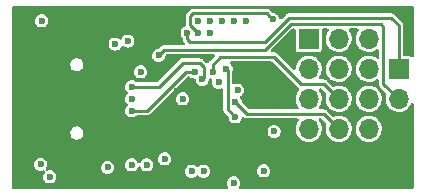
<source format=gbr>
%TF.GenerationSoftware,KiCad,Pcbnew,6.0.4-6f826c9f35~116~ubuntu21.10.1*%
%TF.CreationDate,2022-04-05T23:43:51+08:00*%
%TF.ProjectId,ST_Link_V2.1,53545f4c-696e-46b5-9f56-322e312e6b69,rev?*%
%TF.SameCoordinates,Original*%
%TF.FileFunction,Copper,L3,Inr*%
%TF.FilePolarity,Positive*%
%FSLAX46Y46*%
G04 Gerber Fmt 4.6, Leading zero omitted, Abs format (unit mm)*
G04 Created by KiCad (PCBNEW 6.0.4-6f826c9f35~116~ubuntu21.10.1) date 2022-04-05 23:43:51*
%MOMM*%
%LPD*%
G01*
G04 APERTURE LIST*
%TA.AperFunction,ComponentPad*%
%ADD10O,2.000000X0.900000*%
%TD*%
%TA.AperFunction,ComponentPad*%
%ADD11O,1.700000X0.900000*%
%TD*%
%TA.AperFunction,ComponentPad*%
%ADD12R,1.700000X1.700000*%
%TD*%
%TA.AperFunction,ComponentPad*%
%ADD13O,1.700000X1.700000*%
%TD*%
%TA.AperFunction,ViaPad*%
%ADD14C,0.600000*%
%TD*%
%TA.AperFunction,Conductor*%
%ADD15C,0.254000*%
%TD*%
G04 APERTURE END LIST*
D10*
%TO.N,GND*%
%TO.C,J1*%
X62890000Y-79754000D03*
X62890000Y-88394000D03*
D11*
X58720000Y-79754000D03*
X58720000Y-88394000D03*
%TD*%
D12*
%TO.N,+5V*%
%TO.C,J3*%
X82042000Y-78994000D03*
D13*
%TO.N,+3.3VA*%
X82042000Y-81534000D03*
%TO.N,/TX*%
X82042000Y-84074000D03*
%TO.N,/RX*%
X82042000Y-86614000D03*
%TO.N,GND*%
X82042000Y-89154000D03*
%TO.N,+5V*%
X84582000Y-78994000D03*
%TO.N,+3.3VA*%
X84582000Y-81534000D03*
%TO.N,/SWIN*%
X84582000Y-84074000D03*
%TO.N,/RESET*%
X84582000Y-86614000D03*
%TO.N,GND*%
X84582000Y-89154000D03*
%TO.N,+5V*%
X87122000Y-78994000D03*
%TO.N,+3.3VA*%
X87122000Y-81534000D03*
%TO.N,/SWDIO*%
X87122000Y-84074000D03*
%TO.N,/SWCLK*%
X87122000Y-86614000D03*
%TO.N,GND*%
X87122000Y-89154000D03*
%TD*%
D12*
%TO.N,/MCU_SWDIO*%
%TO.C,J2*%
X89662000Y-81534000D03*
D13*
%TO.N,/MCU_SWCLK*%
X89662000Y-84074000D03*
%TO.N,GND*%
X89662000Y-86614000D03*
%TD*%
D14*
%TO.N,GND*%
X79850000Y-84190000D03*
X73660000Y-83058000D03*
X74041000Y-84709000D03*
X61976000Y-84963000D03*
X70866000Y-78232000D03*
X70866000Y-83439000D03*
X73533000Y-86487000D03*
%TO.N,/OSC_IN*%
X72136000Y-90198000D03*
%TO.N,/OSC_OUT*%
X73152000Y-90198000D03*
%TO.N,+3V3*%
X72644000Y-78486000D03*
X78994000Y-77343000D03*
X68326000Y-89662000D03*
X66738500Y-79184500D03*
X75690000Y-91188000D03*
%TO.N,+5V*%
X60119500Y-90678000D03*
%TO.N,Net-(C11-Pad1)*%
X65659000Y-79438500D03*
%TO.N,Net-(D1-Pad2)*%
X73660000Y-77470000D03*
%TO.N,Net-(D2-Pad1)*%
X74676000Y-77470000D03*
%TO.N,Net-(D3-Pad2)*%
X72644000Y-77470000D03*
%TO.N,Net-(D4-Pad1)*%
X76708000Y-77470000D03*
%TO.N,Net-(D5-Pad1)*%
X75692000Y-77470000D03*
%TO.N,Net-(F1-Pad2)*%
X59360000Y-89610000D03*
%TO.N,/MCU_SWCLK*%
X69342000Y-80391000D03*
%TO.N,/MCU_SWDIO*%
X71755000Y-78486000D03*
%TO.N,/RX*%
X79121000Y-86824820D03*
%TO.N,/RESET*%
X75819000Y-84328000D03*
%TO.N,/SWIN*%
X73914000Y-81788000D03*
%TO.N,/SWCLK*%
X75057000Y-81534000D03*
X75819000Y-85598000D03*
%TO.N,/SWDIO*%
X74422000Y-82677000D03*
%TO.N,Net-(Q1-Pad2)*%
X67056000Y-84074000D03*
%TO.N,Net-(Q1-Pad1)*%
X65020000Y-89880000D03*
%TO.N,/MCU_USB_D-*%
X67056000Y-83058000D03*
X73025000Y-82423000D03*
%TO.N,/MCU_USB_D+*%
X72390000Y-81788000D03*
X67056000Y-85090000D03*
%TO.N,/MCU_USB_RENUM*%
X67056000Y-89662000D03*
X67818000Y-81788000D03*
%TO.N,/LED_LINK*%
X73660000Y-78486000D03*
%TO.N,/BOOT0*%
X71374000Y-84074000D03*
X69850000Y-89154000D03*
%TO.N,/BOOT1*%
X78232000Y-90170000D03*
X76022200Y-83324700D03*
%TO.N,+3.3VA*%
X59436000Y-77470000D03*
%TD*%
D15*
%TO.N,/MCU_SWDIO*%
X71755000Y-78486000D02*
X71755000Y-79005000D01*
X80384626Y-77216000D02*
X89027000Y-77216000D01*
X71755000Y-79005000D02*
X71998000Y-79248000D01*
X71998000Y-79248000D02*
X78352626Y-79248000D01*
X78352626Y-79248000D02*
X80384626Y-77216000D01*
X89027000Y-77216000D02*
X89662000Y-77851000D01*
X89662000Y-77851000D02*
X89662000Y-81534000D01*
%TO.N,/MCU_SWCLK*%
X69342000Y-80391000D02*
X69823000Y-79910000D01*
X78332000Y-79910000D02*
X80518000Y-77724000D01*
X69823000Y-79910000D02*
X78332000Y-79910000D01*
X80518000Y-77724000D02*
X88138000Y-77724000D01*
X88370000Y-77956000D02*
X88370000Y-82782000D01*
X88138000Y-77724000D02*
X88370000Y-77956000D01*
X88370000Y-82782000D02*
X89662000Y-84074000D01*
%TO.N,/SWIN*%
X73914000Y-81788000D02*
X73914000Y-81186000D01*
X73914000Y-81186000D02*
X74580000Y-80520000D01*
X74580000Y-80520000D02*
X79100040Y-80520000D01*
X79100040Y-80520000D02*
X81390040Y-82810000D01*
X81390040Y-82810000D02*
X83318000Y-82810000D01*
X83318000Y-82810000D02*
X84582000Y-84074000D01*
%TO.N,/RESET*%
X75819000Y-84328000D02*
X76831000Y-85340000D01*
X76831000Y-85340000D02*
X83308000Y-85340000D01*
X83308000Y-85340000D02*
X84582000Y-86614000D01*
%TO.N,+3V3*%
X78493999Y-76842999D02*
X78676500Y-77025500D01*
X72644000Y-78486000D02*
X72016999Y-77858999D01*
X72016999Y-77858999D02*
X72016999Y-77096999D01*
X78676500Y-77025500D02*
X78994000Y-77343000D01*
X72270999Y-76842999D02*
X78493999Y-76842999D01*
X72270999Y-76842999D02*
X72016999Y-77096999D01*
%TO.N,/SWCLK*%
X75819000Y-85598000D02*
X75191999Y-84970999D01*
X75191999Y-81668999D02*
X75057000Y-81534000D01*
X75191999Y-84970999D02*
X75191999Y-81668999D01*
%TO.N,/MCU_USB_D-*%
X67056000Y-83058000D02*
X69342000Y-83058000D01*
X69342000Y-83058000D02*
X71374000Y-81026000D01*
X71374000Y-81026000D02*
X72814264Y-81026000D01*
X73152000Y-81363736D02*
X73152000Y-82296000D01*
X73152000Y-82296000D02*
X73025000Y-82423000D01*
X72814264Y-81026000D02*
X73152000Y-81363736D01*
%TO.N,/MCU_USB_D+*%
X68326000Y-85090000D02*
X67056000Y-85090000D01*
X71628000Y-81788000D02*
X68326000Y-85090000D01*
X72390000Y-81788000D02*
X71628000Y-81788000D01*
%TD*%
%TA.AperFunction,Conductor*%
%TO.N,GND*%
G36*
X90873621Y-76220502D02*
G01*
X90920114Y-76274158D01*
X90931500Y-76326500D01*
X90931500Y-80438373D01*
X90911498Y-80506494D01*
X90857842Y-80552987D01*
X90787568Y-80563091D01*
X90722988Y-80533597D01*
X90706842Y-80515297D01*
X90702377Y-80510832D01*
X90695484Y-80500516D01*
X90611301Y-80444266D01*
X90537067Y-80429500D01*
X90169500Y-80429500D01*
X90101379Y-80409498D01*
X90054886Y-80355842D01*
X90043500Y-80303500D01*
X90043500Y-77905140D01*
X90046087Y-77880824D01*
X90046154Y-77879401D01*
X90048346Y-77869220D01*
X90044373Y-77835652D01*
X90044021Y-77829678D01*
X90043928Y-77829686D01*
X90043500Y-77824508D01*
X90043500Y-77819308D01*
X90042646Y-77814176D01*
X90040314Y-77800165D01*
X90039477Y-77794286D01*
X90034642Y-77753433D01*
X90034642Y-77753432D01*
X90033418Y-77743093D01*
X90029433Y-77734794D01*
X90027922Y-77725717D01*
X90003442Y-77680349D01*
X90000761Y-77675086D01*
X89981869Y-77635743D01*
X89978440Y-77628602D01*
X89974831Y-77624308D01*
X89972903Y-77622380D01*
X89971109Y-77620424D01*
X89971079Y-77620367D01*
X89971208Y-77620249D01*
X89970710Y-77619684D01*
X89967612Y-77613943D01*
X89927804Y-77577145D01*
X89924239Y-77573716D01*
X89335044Y-76984521D01*
X89319685Y-76965505D01*
X89318719Y-76964444D01*
X89313071Y-76955696D01*
X89286528Y-76934771D01*
X89282053Y-76930794D01*
X89281992Y-76930865D01*
X89278035Y-76927512D01*
X89274352Y-76923829D01*
X89258561Y-76912545D01*
X89253815Y-76908982D01*
X89221507Y-76883512D01*
X89221506Y-76883511D01*
X89213330Y-76877066D01*
X89204643Y-76874015D01*
X89197157Y-76868666D01*
X89187181Y-76865683D01*
X89187180Y-76865682D01*
X89153082Y-76855485D01*
X89147786Y-76853901D01*
X89142157Y-76852072D01*
X89093498Y-76834984D01*
X89087909Y-76834500D01*
X89085198Y-76834500D01*
X89082531Y-76834385D01*
X89082468Y-76834366D01*
X89082475Y-76834192D01*
X89081729Y-76834145D01*
X89075476Y-76832275D01*
X89029746Y-76834072D01*
X89021322Y-76834403D01*
X89016375Y-76834500D01*
X80438761Y-76834500D01*
X80414462Y-76831914D01*
X80413024Y-76831846D01*
X80402846Y-76829655D01*
X80373142Y-76833170D01*
X80369284Y-76833627D01*
X80363306Y-76833979D01*
X80363314Y-76834072D01*
X80358136Y-76834500D01*
X80352934Y-76834500D01*
X80333780Y-76837688D01*
X80327922Y-76838522D01*
X80311308Y-76840488D01*
X80287059Y-76843358D01*
X80287058Y-76843358D01*
X80276719Y-76844582D01*
X80268420Y-76848567D01*
X80259343Y-76850078D01*
X80213975Y-76874558D01*
X80208712Y-76877239D01*
X80169376Y-76896127D01*
X80169372Y-76896130D01*
X80162228Y-76899560D01*
X80157934Y-76903170D01*
X80156002Y-76905102D01*
X80154053Y-76906889D01*
X80154000Y-76906918D01*
X80153881Y-76906788D01*
X80153313Y-76907289D01*
X80147569Y-76910388D01*
X80140502Y-76918033D01*
X80110772Y-76950195D01*
X80107342Y-76953761D01*
X79753127Y-77307976D01*
X79690815Y-77342002D01*
X79620000Y-77336937D01*
X79563164Y-77294390D01*
X79539110Y-77235328D01*
X79535306Y-77206431D01*
X79535305Y-77206428D01*
X79534228Y-77198246D01*
X79485695Y-77081077D01*
X79481515Y-77070986D01*
X79481514Y-77070984D01*
X79478355Y-77063358D01*
X79411484Y-76976210D01*
X79394501Y-76954077D01*
X79394500Y-76954076D01*
X79389474Y-76947526D01*
X79382924Y-76942500D01*
X79382921Y-76942497D01*
X79280196Y-76863673D01*
X79280194Y-76863672D01*
X79273643Y-76858645D01*
X79138754Y-76802772D01*
X79130566Y-76801694D01*
X79013645Y-76786301D01*
X78948718Y-76757578D01*
X78940997Y-76750474D01*
X78802039Y-76611516D01*
X78786685Y-76592505D01*
X78785719Y-76591443D01*
X78780070Y-76582695D01*
X78771895Y-76576251D01*
X78771893Y-76576248D01*
X78753527Y-76561770D01*
X78749052Y-76557793D01*
X78748991Y-76557864D01*
X78745034Y-76554511D01*
X78741351Y-76550828D01*
X78725560Y-76539544D01*
X78720814Y-76535981D01*
X78688506Y-76510511D01*
X78688505Y-76510510D01*
X78680329Y-76504065D01*
X78671642Y-76501014D01*
X78664156Y-76495665D01*
X78654180Y-76492682D01*
X78654179Y-76492681D01*
X78622797Y-76483296D01*
X78614785Y-76480900D01*
X78609156Y-76479071D01*
X78560497Y-76461983D01*
X78554908Y-76461499D01*
X78552197Y-76461499D01*
X78549530Y-76461384D01*
X78549467Y-76461365D01*
X78549474Y-76461191D01*
X78548728Y-76461144D01*
X78542475Y-76459274D01*
X78496745Y-76461071D01*
X78488321Y-76461402D01*
X78483374Y-76461499D01*
X72325134Y-76461499D01*
X72300835Y-76458913D01*
X72299397Y-76458845D01*
X72289219Y-76456654D01*
X72259515Y-76460169D01*
X72255657Y-76460626D01*
X72249679Y-76460978D01*
X72249687Y-76461071D01*
X72244509Y-76461499D01*
X72239307Y-76461499D01*
X72220153Y-76464687D01*
X72214295Y-76465521D01*
X72197681Y-76467487D01*
X72173432Y-76470357D01*
X72173431Y-76470357D01*
X72163092Y-76471581D01*
X72154793Y-76475566D01*
X72145716Y-76477077D01*
X72100348Y-76501557D01*
X72095085Y-76504238D01*
X72055749Y-76523126D01*
X72055745Y-76523129D01*
X72048601Y-76526559D01*
X72044307Y-76530169D01*
X72042375Y-76532101D01*
X72040426Y-76533888D01*
X72040373Y-76533917D01*
X72040254Y-76533787D01*
X72039686Y-76534288D01*
X72033942Y-76537387D01*
X72011403Y-76561770D01*
X71997146Y-76577193D01*
X71993716Y-76580760D01*
X71785516Y-76788959D01*
X71766505Y-76804313D01*
X71765443Y-76805279D01*
X71756695Y-76810928D01*
X71750251Y-76819103D01*
X71750248Y-76819105D01*
X71735770Y-76837471D01*
X71731793Y-76841946D01*
X71731864Y-76842007D01*
X71728511Y-76845964D01*
X71724828Y-76849647D01*
X71721802Y-76853882D01*
X71721800Y-76853884D01*
X71713546Y-76865435D01*
X71709981Y-76870184D01*
X71686823Y-76899560D01*
X71678065Y-76910669D01*
X71675014Y-76919356D01*
X71669665Y-76926842D01*
X71666682Y-76936818D01*
X71666681Y-76936819D01*
X71654901Y-76976210D01*
X71653071Y-76981842D01*
X71635983Y-77030501D01*
X71635499Y-77036090D01*
X71635499Y-77038801D01*
X71635384Y-77041468D01*
X71635365Y-77041531D01*
X71635191Y-77041524D01*
X71635144Y-77042270D01*
X71633274Y-77048523D01*
X71634157Y-77070986D01*
X71635402Y-77102677D01*
X71635499Y-77107624D01*
X71635499Y-77804864D01*
X71632913Y-77829162D01*
X71632845Y-77830601D01*
X71630654Y-77840779D01*
X71631878Y-77851120D01*
X71631523Y-77858645D01*
X71608335Y-77925748D01*
X71553881Y-77969119D01*
X71487226Y-77996729D01*
X71475358Y-78001645D01*
X71359526Y-78090526D01*
X71270645Y-78206358D01*
X71267486Y-78213984D01*
X71267485Y-78213986D01*
X71256569Y-78240339D01*
X71214772Y-78341246D01*
X71213695Y-78349430D01*
X71213694Y-78349432D01*
X71204455Y-78419609D01*
X71195715Y-78486000D01*
X71196793Y-78494188D01*
X71210993Y-78602046D01*
X71214772Y-78630754D01*
X71270645Y-78765642D01*
X71275673Y-78772195D01*
X71275675Y-78772198D01*
X71347462Y-78865753D01*
X71373063Y-78931973D01*
X71373500Y-78942457D01*
X71373500Y-78950865D01*
X71370914Y-78975164D01*
X71370846Y-78976602D01*
X71368655Y-78986780D01*
X71369879Y-78997120D01*
X71372627Y-79020342D01*
X71372979Y-79026320D01*
X71373072Y-79026312D01*
X71373500Y-79031490D01*
X71373500Y-79036692D01*
X71376669Y-79055727D01*
X71376686Y-79055832D01*
X71377522Y-79061704D01*
X71383582Y-79112907D01*
X71387567Y-79121206D01*
X71389078Y-79130283D01*
X71413558Y-79175651D01*
X71416239Y-79180914D01*
X71435127Y-79220250D01*
X71435130Y-79220254D01*
X71438560Y-79227398D01*
X71442170Y-79231692D01*
X71444102Y-79233624D01*
X71445889Y-79235573D01*
X71445918Y-79235626D01*
X71445788Y-79235745D01*
X71446289Y-79236313D01*
X71449388Y-79242057D01*
X71483748Y-79273819D01*
X71489194Y-79278853D01*
X71492760Y-79282283D01*
X71523882Y-79313405D01*
X71557908Y-79375717D01*
X71552843Y-79446532D01*
X71510296Y-79503368D01*
X71443776Y-79528179D01*
X71434787Y-79528500D01*
X69877140Y-79528500D01*
X69852824Y-79525913D01*
X69851401Y-79525846D01*
X69841220Y-79523654D01*
X69807681Y-79527624D01*
X69807652Y-79527627D01*
X69801678Y-79527979D01*
X69801686Y-79528072D01*
X69796508Y-79528500D01*
X69791308Y-79528500D01*
X69786179Y-79529354D01*
X69786176Y-79529354D01*
X69772165Y-79531686D01*
X69766286Y-79532523D01*
X69725433Y-79537358D01*
X69725432Y-79537358D01*
X69715093Y-79538582D01*
X69706794Y-79542567D01*
X69697717Y-79544078D01*
X69652349Y-79568558D01*
X69647086Y-79571239D01*
X69600602Y-79593560D01*
X69596308Y-79597169D01*
X69594382Y-79599095D01*
X69592424Y-79600891D01*
X69592367Y-79600921D01*
X69592249Y-79600792D01*
X69591684Y-79601290D01*
X69585943Y-79604388D01*
X69578874Y-79612035D01*
X69578873Y-79612036D01*
X69549146Y-79644195D01*
X69545716Y-79647761D01*
X69395003Y-79798474D01*
X69332691Y-79832500D01*
X69322355Y-79834301D01*
X69286641Y-79839003D01*
X69197246Y-79850772D01*
X69189619Y-79853931D01*
X69189620Y-79853931D01*
X69069986Y-79903485D01*
X69069984Y-79903486D01*
X69062358Y-79906645D01*
X68946526Y-79995526D01*
X68941503Y-80002072D01*
X68922168Y-80027270D01*
X68857645Y-80111358D01*
X68854486Y-80118984D01*
X68854485Y-80118986D01*
X68830970Y-80175757D01*
X68801772Y-80246246D01*
X68800695Y-80254430D01*
X68800694Y-80254432D01*
X68787344Y-80355842D01*
X68782715Y-80391000D01*
X68783793Y-80399188D01*
X68797067Y-80500012D01*
X68801772Y-80535754D01*
X68821578Y-80583570D01*
X68853561Y-80660782D01*
X68857645Y-80670642D01*
X68871403Y-80688572D01*
X68911475Y-80740794D01*
X68946526Y-80786474D01*
X68953076Y-80791500D01*
X68953079Y-80791503D01*
X69048294Y-80864564D01*
X69062357Y-80875355D01*
X69197246Y-80931228D01*
X69205434Y-80932306D01*
X69225768Y-80934983D01*
X69342000Y-80950285D01*
X69350188Y-80949207D01*
X69478566Y-80932306D01*
X69486754Y-80931228D01*
X69621643Y-80875355D01*
X69635706Y-80864564D01*
X69730921Y-80791503D01*
X69730924Y-80791500D01*
X69737474Y-80786474D01*
X69772526Y-80740794D01*
X69812597Y-80688572D01*
X69826355Y-80670642D01*
X69830440Y-80660782D01*
X69862422Y-80583570D01*
X69882228Y-80535754D01*
X69886934Y-80500012D01*
X69898699Y-80410645D01*
X69927421Y-80345717D01*
X69934526Y-80337996D01*
X69944117Y-80328405D01*
X70006429Y-80294379D01*
X70033212Y-80291500D01*
X73964787Y-80291500D01*
X74032908Y-80311502D01*
X74079401Y-80365158D01*
X74089505Y-80435432D01*
X74060011Y-80500012D01*
X74053887Y-80506591D01*
X73866965Y-80693512D01*
X73682517Y-80877960D01*
X73663506Y-80893314D01*
X73662444Y-80894280D01*
X73653696Y-80899929D01*
X73647252Y-80908104D01*
X73647249Y-80908106D01*
X73632771Y-80926472D01*
X73628794Y-80930947D01*
X73628865Y-80931008D01*
X73625512Y-80934965D01*
X73621829Y-80938648D01*
X73618803Y-80942883D01*
X73618801Y-80942885D01*
X73610547Y-80954436D01*
X73606984Y-80959182D01*
X73575066Y-80999670D01*
X73572015Y-81008357D01*
X73566666Y-81015843D01*
X73566474Y-81016485D01*
X73518998Y-81063698D01*
X73449582Y-81078596D01*
X73383131Y-81053601D01*
X73369825Y-81042038D01*
X73122308Y-80794521D01*
X73106949Y-80775505D01*
X73105983Y-80774444D01*
X73100335Y-80765696D01*
X73073792Y-80744771D01*
X73069317Y-80740794D01*
X73069256Y-80740865D01*
X73065299Y-80737512D01*
X73061616Y-80733829D01*
X73045825Y-80722545D01*
X73041079Y-80718982D01*
X73008771Y-80693512D01*
X73008770Y-80693511D01*
X73000594Y-80687066D01*
X72991907Y-80684015D01*
X72984421Y-80678666D01*
X72974445Y-80675683D01*
X72974444Y-80675682D01*
X72943062Y-80666297D01*
X72935050Y-80663901D01*
X72929421Y-80662072D01*
X72880762Y-80644984D01*
X72875173Y-80644500D01*
X72872462Y-80644500D01*
X72869795Y-80644385D01*
X72869732Y-80644366D01*
X72869739Y-80644192D01*
X72868993Y-80644145D01*
X72862740Y-80642275D01*
X72817010Y-80644072D01*
X72808586Y-80644403D01*
X72803639Y-80644500D01*
X71428135Y-80644500D01*
X71403836Y-80641914D01*
X71402398Y-80641846D01*
X71392220Y-80639655D01*
X71362516Y-80643170D01*
X71358658Y-80643627D01*
X71352680Y-80643979D01*
X71352688Y-80644072D01*
X71347510Y-80644500D01*
X71342308Y-80644500D01*
X71323154Y-80647688D01*
X71317296Y-80648522D01*
X71300682Y-80650488D01*
X71276433Y-80653358D01*
X71276432Y-80653358D01*
X71266093Y-80654582D01*
X71257794Y-80658567D01*
X71248717Y-80660078D01*
X71203349Y-80684558D01*
X71198086Y-80687239D01*
X71158750Y-80706127D01*
X71158746Y-80706130D01*
X71151602Y-80709560D01*
X71147308Y-80713170D01*
X71145376Y-80715102D01*
X71143427Y-80716889D01*
X71143374Y-80716918D01*
X71143255Y-80716788D01*
X71142687Y-80717289D01*
X71136943Y-80720388D01*
X71129876Y-80728033D01*
X71100134Y-80760208D01*
X71096704Y-80763774D01*
X69220882Y-82639595D01*
X69158570Y-82673621D01*
X69131787Y-82676500D01*
X67512456Y-82676500D01*
X67444335Y-82656498D01*
X67435752Y-82650462D01*
X67342196Y-82578673D01*
X67342194Y-82578672D01*
X67335643Y-82573645D01*
X67200754Y-82517772D01*
X67056000Y-82498715D01*
X67047812Y-82499793D01*
X66919432Y-82516694D01*
X66919430Y-82516695D01*
X66911246Y-82517772D01*
X66876303Y-82532246D01*
X66783986Y-82570485D01*
X66783984Y-82570486D01*
X66776358Y-82573645D01*
X66660526Y-82662526D01*
X66655503Y-82669072D01*
X66649803Y-82676500D01*
X66571645Y-82778358D01*
X66568486Y-82785984D01*
X66568485Y-82785986D01*
X66535578Y-82865430D01*
X66515772Y-82913246D01*
X66514695Y-82921430D01*
X66514694Y-82921432D01*
X66499841Y-83034255D01*
X66496715Y-83058000D01*
X66497793Y-83066188D01*
X66514427Y-83192535D01*
X66515772Y-83202754D01*
X66522214Y-83218306D01*
X66562893Y-83316512D01*
X66571645Y-83337642D01*
X66660526Y-83453474D01*
X66675980Y-83465332D01*
X66676901Y-83466039D01*
X66718767Y-83523378D01*
X66722987Y-83594249D01*
X66688222Y-83656151D01*
X66676898Y-83665963D01*
X66660526Y-83678526D01*
X66571645Y-83794358D01*
X66515772Y-83929246D01*
X66496715Y-84074000D01*
X66515772Y-84218754D01*
X66527688Y-84247522D01*
X66561024Y-84328000D01*
X66571645Y-84353642D01*
X66576672Y-84360193D01*
X66645209Y-84449512D01*
X66660526Y-84469474D01*
X66676898Y-84482037D01*
X66676901Y-84482039D01*
X66718767Y-84539378D01*
X66722987Y-84610249D01*
X66688222Y-84672151D01*
X66676897Y-84681964D01*
X66668382Y-84688498D01*
X66660526Y-84694526D01*
X66655503Y-84701072D01*
X66651171Y-84706718D01*
X66571645Y-84810358D01*
X66568486Y-84817984D01*
X66568485Y-84817986D01*
X66553604Y-84853913D01*
X66515772Y-84945246D01*
X66514695Y-84953430D01*
X66514694Y-84953432D01*
X66504221Y-85032982D01*
X66496715Y-85090000D01*
X66497793Y-85098188D01*
X66513188Y-85215123D01*
X66515772Y-85234754D01*
X66571645Y-85369642D01*
X66596504Y-85402039D01*
X66651788Y-85474086D01*
X66660526Y-85485474D01*
X66667076Y-85490500D01*
X66667079Y-85490503D01*
X66745198Y-85550446D01*
X66776357Y-85574355D01*
X66911246Y-85630228D01*
X66919434Y-85631306D01*
X66983623Y-85639756D01*
X67056000Y-85649285D01*
X67064188Y-85648207D01*
X67192566Y-85631306D01*
X67200754Y-85630228D01*
X67335643Y-85574355D01*
X67368271Y-85549319D01*
X67435752Y-85497538D01*
X67501972Y-85471937D01*
X67512456Y-85471500D01*
X68271865Y-85471500D01*
X68296164Y-85474086D01*
X68297602Y-85474154D01*
X68307780Y-85476345D01*
X68341341Y-85472373D01*
X68347320Y-85472021D01*
X68347312Y-85471928D01*
X68352490Y-85471500D01*
X68357692Y-85471500D01*
X68376846Y-85468312D01*
X68382704Y-85467478D01*
X68399318Y-85465512D01*
X68423567Y-85462642D01*
X68423568Y-85462642D01*
X68433907Y-85461418D01*
X68442206Y-85457433D01*
X68451283Y-85455922D01*
X68496651Y-85431442D01*
X68501914Y-85428761D01*
X68541250Y-85409873D01*
X68541254Y-85409870D01*
X68548398Y-85406440D01*
X68552692Y-85402830D01*
X68554624Y-85400898D01*
X68556573Y-85399111D01*
X68556626Y-85399082D01*
X68556745Y-85399212D01*
X68557313Y-85398711D01*
X68563057Y-85395612D01*
X68599867Y-85355791D01*
X68603296Y-85352226D01*
X69881522Y-84074000D01*
X70814715Y-84074000D01*
X70833772Y-84218754D01*
X70845688Y-84247522D01*
X70879024Y-84328000D01*
X70889645Y-84353642D01*
X70894672Y-84360193D01*
X70963209Y-84449512D01*
X70978526Y-84469474D01*
X70985076Y-84474500D01*
X70985079Y-84474503D01*
X71087804Y-84553327D01*
X71094357Y-84558355D01*
X71229246Y-84614228D01*
X71374000Y-84633285D01*
X71382188Y-84632207D01*
X71510566Y-84615306D01*
X71518754Y-84614228D01*
X71653643Y-84558355D01*
X71660196Y-84553327D01*
X71762921Y-84474503D01*
X71762924Y-84474500D01*
X71769474Y-84469474D01*
X71784792Y-84449512D01*
X71853328Y-84360193D01*
X71858355Y-84353642D01*
X71868977Y-84328000D01*
X71902312Y-84247522D01*
X71914228Y-84218754D01*
X71933285Y-84074000D01*
X71914228Y-83929246D01*
X71858355Y-83794358D01*
X71769474Y-83678526D01*
X71762923Y-83673499D01*
X71762921Y-83673497D01*
X71660196Y-83594673D01*
X71660194Y-83594672D01*
X71653643Y-83589645D01*
X71518754Y-83533772D01*
X71374000Y-83514715D01*
X71365812Y-83515793D01*
X71237432Y-83532694D01*
X71237430Y-83532695D01*
X71229246Y-83533772D01*
X71181430Y-83553578D01*
X71101986Y-83586485D01*
X71101984Y-83586486D01*
X71094358Y-83589645D01*
X70978526Y-83678526D01*
X70889645Y-83794358D01*
X70833772Y-83929246D01*
X70814715Y-84074000D01*
X69881522Y-84074000D01*
X71749118Y-82206405D01*
X71811430Y-82172379D01*
X71838213Y-82169500D01*
X71933544Y-82169500D01*
X72001665Y-82189502D01*
X72010248Y-82195538D01*
X72110357Y-82272355D01*
X72245246Y-82328228D01*
X72269287Y-82331393D01*
X72361050Y-82343474D01*
X72425978Y-82372197D01*
X72465069Y-82431462D01*
X72469526Y-82451950D01*
X72482395Y-82549696D01*
X72484772Y-82567754D01*
X72494077Y-82590217D01*
X72530024Y-82677000D01*
X72540645Y-82702642D01*
X72555345Y-82721799D01*
X72618971Y-82804718D01*
X72629526Y-82818474D01*
X72636076Y-82823500D01*
X72636079Y-82823503D01*
X72738804Y-82902327D01*
X72745357Y-82907355D01*
X72880246Y-82963228D01*
X73025000Y-82982285D01*
X73033188Y-82981207D01*
X73161566Y-82964306D01*
X73169754Y-82963228D01*
X73304643Y-82907355D01*
X73311196Y-82902327D01*
X73413921Y-82823503D01*
X73413924Y-82823500D01*
X73420474Y-82818474D01*
X73431030Y-82804718D01*
X73494655Y-82721799D01*
X73509355Y-82702642D01*
X73519977Y-82677000D01*
X73555923Y-82590217D01*
X73565228Y-82567754D01*
X73567606Y-82549696D01*
X73580974Y-82448147D01*
X73584248Y-82423278D01*
X73612970Y-82358352D01*
X73672235Y-82319260D01*
X73743227Y-82318415D01*
X73757390Y-82323317D01*
X73761616Y-82325068D01*
X73761619Y-82325069D01*
X73769246Y-82328228D01*
X73793287Y-82331393D01*
X73858215Y-82360115D01*
X73897307Y-82419380D01*
X73898152Y-82490371D01*
X73893250Y-82504534D01*
X73884933Y-82524613D01*
X73884932Y-82524618D01*
X73881772Y-82532246D01*
X73880695Y-82540430D01*
X73880694Y-82540432D01*
X73869409Y-82626156D01*
X73862715Y-82677000D01*
X73863793Y-82685188D01*
X73880478Y-82811923D01*
X73881772Y-82821754D01*
X73891731Y-82845797D01*
X73924206Y-82924197D01*
X73937645Y-82956642D01*
X73974418Y-83004565D01*
X74010022Y-83050965D01*
X74026526Y-83072474D01*
X74033076Y-83077500D01*
X74033079Y-83077503D01*
X74130362Y-83152151D01*
X74142357Y-83161355D01*
X74222540Y-83194568D01*
X74260714Y-83210380D01*
X74277246Y-83217228D01*
X74422000Y-83236285D01*
X74430188Y-83235207D01*
X74558566Y-83218306D01*
X74566754Y-83217228D01*
X74580578Y-83211502D01*
X74636281Y-83188429D01*
X74706871Y-83180840D01*
X74770358Y-83212619D01*
X74806585Y-83273677D01*
X74810499Y-83304838D01*
X74810499Y-84916864D01*
X74807913Y-84941163D01*
X74807845Y-84942601D01*
X74805654Y-84952779D01*
X74806878Y-84963119D01*
X74809626Y-84986341D01*
X74809978Y-84992319D01*
X74810071Y-84992311D01*
X74810499Y-84997489D01*
X74810499Y-85002691D01*
X74811353Y-85007821D01*
X74813685Y-85021831D01*
X74814521Y-85027703D01*
X74820581Y-85078906D01*
X74824566Y-85087205D01*
X74826077Y-85096282D01*
X74850557Y-85141650D01*
X74853238Y-85146913D01*
X74872126Y-85186249D01*
X74872129Y-85186253D01*
X74875559Y-85193397D01*
X74879169Y-85197691D01*
X74881101Y-85199623D01*
X74882888Y-85201572D01*
X74882917Y-85201625D01*
X74882787Y-85201744D01*
X74883288Y-85202312D01*
X74886387Y-85208056D01*
X74894032Y-85215123D01*
X74926194Y-85244853D01*
X74929761Y-85248283D01*
X75226476Y-85544999D01*
X75260501Y-85607311D01*
X75262301Y-85617640D01*
X75266170Y-85647032D01*
X75275987Y-85721597D01*
X75278772Y-85742754D01*
X75281931Y-85750380D01*
X75325263Y-85854991D01*
X75334645Y-85877642D01*
X75423526Y-85993474D01*
X75430076Y-85998500D01*
X75430079Y-85998503D01*
X75532804Y-86077327D01*
X75539357Y-86082355D01*
X75674246Y-86138228D01*
X75819000Y-86157285D01*
X75827188Y-86156207D01*
X75955566Y-86139306D01*
X75963754Y-86138228D01*
X76098643Y-86082355D01*
X76105196Y-86077327D01*
X76207921Y-85998503D01*
X76207924Y-85998500D01*
X76214474Y-85993474D01*
X76303355Y-85877642D01*
X76312738Y-85854991D01*
X76356069Y-85750380D01*
X76359228Y-85742754D01*
X76364758Y-85700748D01*
X76393480Y-85635821D01*
X76452745Y-85596729D01*
X76523737Y-85595884D01*
X76567692Y-85618249D01*
X76571478Y-85621234D01*
X76575950Y-85625208D01*
X76576010Y-85625137D01*
X76579967Y-85628490D01*
X76583648Y-85632171D01*
X76587880Y-85635195D01*
X76587882Y-85635197D01*
X76599457Y-85643469D01*
X76604202Y-85647032D01*
X76644670Y-85678934D01*
X76653355Y-85681984D01*
X76660842Y-85687334D01*
X76710247Y-85702109D01*
X76715842Y-85703927D01*
X76764502Y-85721016D01*
X76770091Y-85721500D01*
X76772804Y-85721500D01*
X76775469Y-85721615D01*
X76775532Y-85721634D01*
X76775525Y-85721808D01*
X76776271Y-85721855D01*
X76782524Y-85723725D01*
X76832383Y-85721766D01*
X76836678Y-85721597D01*
X76841625Y-85721500D01*
X81079276Y-85721500D01*
X81147397Y-85741502D01*
X81193890Y-85795158D01*
X81203994Y-85865432D01*
X81178226Y-85925506D01*
X81111720Y-86009869D01*
X81109031Y-86014980D01*
X81109029Y-86014983D01*
X81096073Y-86039609D01*
X81017203Y-86189515D01*
X80957007Y-86383378D01*
X80933148Y-86584964D01*
X80946424Y-86787522D01*
X80947845Y-86793118D01*
X80947846Y-86793123D01*
X80968119Y-86872945D01*
X80996392Y-86984269D01*
X80998809Y-86989512D01*
X81036010Y-87070208D01*
X81081377Y-87168616D01*
X81084710Y-87173332D01*
X81180714Y-87309175D01*
X81198533Y-87334389D01*
X81343938Y-87476035D01*
X81512720Y-87588812D01*
X81518023Y-87591090D01*
X81518026Y-87591092D01*
X81606707Y-87629192D01*
X81699228Y-87668942D01*
X81772244Y-87685464D01*
X81891579Y-87712467D01*
X81891584Y-87712468D01*
X81897216Y-87713742D01*
X81902987Y-87713969D01*
X81902989Y-87713969D01*
X81962756Y-87716317D01*
X82100053Y-87721712D01*
X82200499Y-87707148D01*
X82295231Y-87693413D01*
X82295236Y-87693412D01*
X82300945Y-87692584D01*
X82306409Y-87690729D01*
X82306414Y-87690728D01*
X82487693Y-87629192D01*
X82487698Y-87629190D01*
X82493165Y-87627334D01*
X82670276Y-87528147D01*
X82681876Y-87518500D01*
X82821913Y-87402031D01*
X82826345Y-87398345D01*
X82897879Y-87312335D01*
X82952453Y-87246718D01*
X82952455Y-87246715D01*
X82956147Y-87242276D01*
X83033327Y-87104462D01*
X83052510Y-87070208D01*
X83052511Y-87070206D01*
X83055334Y-87065165D01*
X83057190Y-87059698D01*
X83057192Y-87059693D01*
X83118728Y-86878414D01*
X83118729Y-86878409D01*
X83120584Y-86872945D01*
X83121412Y-86867236D01*
X83121413Y-86867231D01*
X83144980Y-86704687D01*
X83149712Y-86672053D01*
X83151232Y-86614000D01*
X83139401Y-86485242D01*
X83133187Y-86417613D01*
X83133186Y-86417610D01*
X83132658Y-86411859D01*
X83131090Y-86406299D01*
X83079125Y-86222046D01*
X83079124Y-86222044D01*
X83077557Y-86216487D01*
X83066978Y-86195033D01*
X82990331Y-86039609D01*
X82987776Y-86034428D01*
X82966049Y-86005332D01*
X82904486Y-85922889D01*
X82879754Y-85856339D01*
X82894928Y-85786983D01*
X82945190Y-85736841D01*
X83005444Y-85721500D01*
X83097788Y-85721500D01*
X83165909Y-85741502D01*
X83186883Y-85758405D01*
X83517807Y-86089329D01*
X83551833Y-86151641D01*
X83549045Y-86215788D01*
X83497007Y-86383378D01*
X83473148Y-86584964D01*
X83486424Y-86787522D01*
X83487845Y-86793118D01*
X83487846Y-86793123D01*
X83508119Y-86872945D01*
X83536392Y-86984269D01*
X83538809Y-86989512D01*
X83576010Y-87070208D01*
X83621377Y-87168616D01*
X83624710Y-87173332D01*
X83720714Y-87309175D01*
X83738533Y-87334389D01*
X83883938Y-87476035D01*
X84052720Y-87588812D01*
X84058023Y-87591090D01*
X84058026Y-87591092D01*
X84146707Y-87629192D01*
X84239228Y-87668942D01*
X84312244Y-87685464D01*
X84431579Y-87712467D01*
X84431584Y-87712468D01*
X84437216Y-87713742D01*
X84442987Y-87713969D01*
X84442989Y-87713969D01*
X84502756Y-87716317D01*
X84640053Y-87721712D01*
X84740499Y-87707148D01*
X84835231Y-87693413D01*
X84835236Y-87693412D01*
X84840945Y-87692584D01*
X84846409Y-87690729D01*
X84846414Y-87690728D01*
X85027693Y-87629192D01*
X85027698Y-87629190D01*
X85033165Y-87627334D01*
X85210276Y-87528147D01*
X85221876Y-87518500D01*
X85361913Y-87402031D01*
X85366345Y-87398345D01*
X85437879Y-87312335D01*
X85492453Y-87246718D01*
X85492455Y-87246715D01*
X85496147Y-87242276D01*
X85573327Y-87104462D01*
X85592510Y-87070208D01*
X85592511Y-87070206D01*
X85595334Y-87065165D01*
X85597190Y-87059698D01*
X85597192Y-87059693D01*
X85658728Y-86878414D01*
X85658729Y-86878409D01*
X85660584Y-86872945D01*
X85661412Y-86867236D01*
X85661413Y-86867231D01*
X85684980Y-86704687D01*
X85689712Y-86672053D01*
X85691232Y-86614000D01*
X85688564Y-86584964D01*
X86013148Y-86584964D01*
X86026424Y-86787522D01*
X86027845Y-86793118D01*
X86027846Y-86793123D01*
X86048119Y-86872945D01*
X86076392Y-86984269D01*
X86078809Y-86989512D01*
X86116010Y-87070208D01*
X86161377Y-87168616D01*
X86164710Y-87173332D01*
X86260714Y-87309175D01*
X86278533Y-87334389D01*
X86423938Y-87476035D01*
X86592720Y-87588812D01*
X86598023Y-87591090D01*
X86598026Y-87591092D01*
X86686707Y-87629192D01*
X86779228Y-87668942D01*
X86852244Y-87685464D01*
X86971579Y-87712467D01*
X86971584Y-87712468D01*
X86977216Y-87713742D01*
X86982987Y-87713969D01*
X86982989Y-87713969D01*
X87042756Y-87716317D01*
X87180053Y-87721712D01*
X87280499Y-87707148D01*
X87375231Y-87693413D01*
X87375236Y-87693412D01*
X87380945Y-87692584D01*
X87386409Y-87690729D01*
X87386414Y-87690728D01*
X87567693Y-87629192D01*
X87567698Y-87629190D01*
X87573165Y-87627334D01*
X87750276Y-87528147D01*
X87761876Y-87518500D01*
X87901913Y-87402031D01*
X87906345Y-87398345D01*
X87977879Y-87312335D01*
X88032453Y-87246718D01*
X88032455Y-87246715D01*
X88036147Y-87242276D01*
X88113327Y-87104462D01*
X88132510Y-87070208D01*
X88132511Y-87070206D01*
X88135334Y-87065165D01*
X88137190Y-87059698D01*
X88137192Y-87059693D01*
X88198728Y-86878414D01*
X88198729Y-86878409D01*
X88200584Y-86872945D01*
X88201412Y-86867236D01*
X88201413Y-86867231D01*
X88224980Y-86704687D01*
X88229712Y-86672053D01*
X88231232Y-86614000D01*
X88219401Y-86485242D01*
X88213187Y-86417613D01*
X88213186Y-86417610D01*
X88212658Y-86411859D01*
X88211090Y-86406299D01*
X88159125Y-86222046D01*
X88159124Y-86222044D01*
X88157557Y-86216487D01*
X88146978Y-86195033D01*
X88070331Y-86039609D01*
X88067776Y-86034428D01*
X88040950Y-85998503D01*
X87986440Y-85925506D01*
X87946320Y-85871779D01*
X87797258Y-85733987D01*
X87792375Y-85730906D01*
X87792371Y-85730903D01*
X87630464Y-85628748D01*
X87625581Y-85625667D01*
X87437039Y-85550446D01*
X87431379Y-85549320D01*
X87431375Y-85549319D01*
X87243613Y-85511971D01*
X87243610Y-85511971D01*
X87237946Y-85510844D01*
X87232171Y-85510768D01*
X87232167Y-85510768D01*
X87130793Y-85509441D01*
X87034971Y-85508187D01*
X87029274Y-85509166D01*
X87029273Y-85509166D01*
X86840607Y-85541585D01*
X86834910Y-85542564D01*
X86644463Y-85612824D01*
X86639502Y-85615776D01*
X86639501Y-85615776D01*
X86635344Y-85618249D01*
X86470010Y-85716612D01*
X86465670Y-85720418D01*
X86465666Y-85720421D01*
X86380446Y-85795158D01*
X86317392Y-85850455D01*
X86191720Y-86009869D01*
X86189031Y-86014980D01*
X86189029Y-86014983D01*
X86176073Y-86039609D01*
X86097203Y-86189515D01*
X86037007Y-86383378D01*
X86013148Y-86584964D01*
X85688564Y-86584964D01*
X85679401Y-86485242D01*
X85673187Y-86417613D01*
X85673186Y-86417610D01*
X85672658Y-86411859D01*
X85671090Y-86406299D01*
X85619125Y-86222046D01*
X85619124Y-86222044D01*
X85617557Y-86216487D01*
X85606978Y-86195033D01*
X85530331Y-86039609D01*
X85527776Y-86034428D01*
X85500950Y-85998503D01*
X85446440Y-85925506D01*
X85406320Y-85871779D01*
X85257258Y-85733987D01*
X85252375Y-85730906D01*
X85252371Y-85730903D01*
X85090464Y-85628748D01*
X85085581Y-85625667D01*
X84897039Y-85550446D01*
X84891379Y-85549320D01*
X84891375Y-85549319D01*
X84703613Y-85511971D01*
X84703610Y-85511971D01*
X84697946Y-85510844D01*
X84692171Y-85510768D01*
X84692167Y-85510768D01*
X84590793Y-85509441D01*
X84494971Y-85508187D01*
X84489274Y-85509166D01*
X84489273Y-85509166D01*
X84300607Y-85541585D01*
X84294910Y-85542564D01*
X84191738Y-85580626D01*
X84120906Y-85585438D01*
X84059033Y-85551510D01*
X83616040Y-85108518D01*
X83600699Y-85089522D01*
X83599722Y-85088448D01*
X83594071Y-85079696D01*
X83567528Y-85058771D01*
X83563053Y-85054794D01*
X83562992Y-85054865D01*
X83559035Y-85051512D01*
X83555352Y-85047829D01*
X83539561Y-85036545D01*
X83534815Y-85032982D01*
X83502507Y-85007512D01*
X83502506Y-85007511D01*
X83494330Y-85001066D01*
X83485643Y-84998015D01*
X83478157Y-84992666D01*
X83468181Y-84989683D01*
X83468180Y-84989682D01*
X83428789Y-84977902D01*
X83423157Y-84976072D01*
X83374498Y-84958984D01*
X83368909Y-84958500D01*
X83366198Y-84958500D01*
X83363531Y-84958385D01*
X83363468Y-84958366D01*
X83363475Y-84958192D01*
X83362729Y-84958145D01*
X83356476Y-84956275D01*
X83307692Y-84958192D01*
X83302322Y-84958403D01*
X83297375Y-84958500D01*
X83011724Y-84958500D01*
X82943603Y-84938498D01*
X82897110Y-84884842D01*
X82887006Y-84814568D01*
X82914850Y-84751930D01*
X82952453Y-84706718D01*
X82952455Y-84706715D01*
X82956147Y-84702276D01*
X83039563Y-84553327D01*
X83052510Y-84530208D01*
X83052511Y-84530206D01*
X83055334Y-84525165D01*
X83057190Y-84519698D01*
X83057192Y-84519693D01*
X83118728Y-84338414D01*
X83118729Y-84338409D01*
X83120584Y-84332945D01*
X83121412Y-84327236D01*
X83121413Y-84327231D01*
X83149179Y-84135727D01*
X83149712Y-84132053D01*
X83151232Y-84074000D01*
X83138683Y-83937432D01*
X83133187Y-83877613D01*
X83133186Y-83877610D01*
X83132658Y-83871859D01*
X83129108Y-83859270D01*
X83079125Y-83682046D01*
X83079124Y-83682044D01*
X83077557Y-83676487D01*
X83072368Y-83665963D01*
X82990331Y-83499609D01*
X82987776Y-83494428D01*
X82961696Y-83459502D01*
X82911953Y-83392889D01*
X82887221Y-83326339D01*
X82902395Y-83256983D01*
X82952657Y-83206841D01*
X83012911Y-83191500D01*
X83107788Y-83191500D01*
X83175909Y-83211502D01*
X83196883Y-83228405D01*
X83517807Y-83549329D01*
X83551833Y-83611641D01*
X83549045Y-83675788D01*
X83509860Y-83801986D01*
X83497007Y-83843378D01*
X83473148Y-84044964D01*
X83486424Y-84247522D01*
X83487845Y-84253118D01*
X83487846Y-84253123D01*
X83534068Y-84435117D01*
X83536392Y-84444269D01*
X83538809Y-84449512D01*
X83576010Y-84530208D01*
X83621377Y-84628616D01*
X83624710Y-84633332D01*
X83672584Y-84701072D01*
X83738533Y-84794389D01*
X83742675Y-84798424D01*
X83762756Y-84817986D01*
X83883938Y-84936035D01*
X83888742Y-84939245D01*
X83924472Y-84963119D01*
X84052720Y-85048812D01*
X84058023Y-85051090D01*
X84058026Y-85051092D01*
X84233921Y-85126662D01*
X84239228Y-85128942D01*
X84306858Y-85144245D01*
X84431579Y-85172467D01*
X84431584Y-85172468D01*
X84437216Y-85173742D01*
X84442987Y-85173969D01*
X84442989Y-85173969D01*
X84502756Y-85176317D01*
X84640053Y-85181712D01*
X84740499Y-85167148D01*
X84835231Y-85153413D01*
X84835236Y-85153412D01*
X84840945Y-85152584D01*
X84846409Y-85150729D01*
X84846414Y-85150728D01*
X85027693Y-85089192D01*
X85027698Y-85089190D01*
X85033165Y-85087334D01*
X85038553Y-85084317D01*
X85150129Y-85021831D01*
X85210276Y-84988147D01*
X85222595Y-84977902D01*
X85361913Y-84862031D01*
X85366345Y-84858345D01*
X85496147Y-84702276D01*
X85579563Y-84553327D01*
X85592510Y-84530208D01*
X85592511Y-84530206D01*
X85595334Y-84525165D01*
X85597190Y-84519698D01*
X85597192Y-84519693D01*
X85658728Y-84338414D01*
X85658729Y-84338409D01*
X85660584Y-84332945D01*
X85661412Y-84327236D01*
X85661413Y-84327231D01*
X85689179Y-84135727D01*
X85689712Y-84132053D01*
X85691232Y-84074000D01*
X85688564Y-84044964D01*
X86013148Y-84044964D01*
X86026424Y-84247522D01*
X86027845Y-84253118D01*
X86027846Y-84253123D01*
X86074068Y-84435117D01*
X86076392Y-84444269D01*
X86078809Y-84449512D01*
X86116010Y-84530208D01*
X86161377Y-84628616D01*
X86164710Y-84633332D01*
X86212584Y-84701072D01*
X86278533Y-84794389D01*
X86282675Y-84798424D01*
X86302756Y-84817986D01*
X86423938Y-84936035D01*
X86428742Y-84939245D01*
X86464472Y-84963119D01*
X86592720Y-85048812D01*
X86598023Y-85051090D01*
X86598026Y-85051092D01*
X86773921Y-85126662D01*
X86779228Y-85128942D01*
X86846858Y-85144245D01*
X86971579Y-85172467D01*
X86971584Y-85172468D01*
X86977216Y-85173742D01*
X86982987Y-85173969D01*
X86982989Y-85173969D01*
X87042756Y-85176317D01*
X87180053Y-85181712D01*
X87280499Y-85167148D01*
X87375231Y-85153413D01*
X87375236Y-85153412D01*
X87380945Y-85152584D01*
X87386409Y-85150729D01*
X87386414Y-85150728D01*
X87567693Y-85089192D01*
X87567698Y-85089190D01*
X87573165Y-85087334D01*
X87578553Y-85084317D01*
X87690129Y-85021831D01*
X87750276Y-84988147D01*
X87762595Y-84977902D01*
X87901913Y-84862031D01*
X87906345Y-84858345D01*
X88036147Y-84702276D01*
X88119563Y-84553327D01*
X88132510Y-84530208D01*
X88132511Y-84530206D01*
X88135334Y-84525165D01*
X88137190Y-84519698D01*
X88137192Y-84519693D01*
X88198728Y-84338414D01*
X88198729Y-84338409D01*
X88200584Y-84332945D01*
X88201412Y-84327236D01*
X88201413Y-84327231D01*
X88229179Y-84135727D01*
X88229712Y-84132053D01*
X88231232Y-84074000D01*
X88218683Y-83937432D01*
X88213187Y-83877613D01*
X88213186Y-83877610D01*
X88212658Y-83871859D01*
X88209108Y-83859270D01*
X88159125Y-83682046D01*
X88159124Y-83682044D01*
X88157557Y-83676487D01*
X88152368Y-83665963D01*
X88070331Y-83499609D01*
X88067776Y-83494428D01*
X88041696Y-83459502D01*
X87949777Y-83336409D01*
X87946320Y-83331779D01*
X87797258Y-83193987D01*
X87792375Y-83190906D01*
X87792371Y-83190903D01*
X87630464Y-83088748D01*
X87625581Y-83085667D01*
X87437039Y-83010446D01*
X87431379Y-83009320D01*
X87431375Y-83009319D01*
X87243613Y-82971971D01*
X87243610Y-82971971D01*
X87237946Y-82970844D01*
X87232171Y-82970768D01*
X87232167Y-82970768D01*
X87130793Y-82969441D01*
X87034971Y-82968187D01*
X87029274Y-82969166D01*
X87029273Y-82969166D01*
X86840607Y-83001585D01*
X86834910Y-83002564D01*
X86644463Y-83072824D01*
X86470010Y-83176612D01*
X86465670Y-83180418D01*
X86465666Y-83180421D01*
X86401966Y-83236285D01*
X86317392Y-83310455D01*
X86191720Y-83469869D01*
X86189031Y-83474980D01*
X86189029Y-83474983D01*
X86176073Y-83499609D01*
X86097203Y-83649515D01*
X86037007Y-83843378D01*
X86013148Y-84044964D01*
X85688564Y-84044964D01*
X85678683Y-83937432D01*
X85673187Y-83877613D01*
X85673186Y-83877610D01*
X85672658Y-83871859D01*
X85669108Y-83859270D01*
X85619125Y-83682046D01*
X85619124Y-83682044D01*
X85617557Y-83676487D01*
X85612368Y-83665963D01*
X85530331Y-83499609D01*
X85527776Y-83494428D01*
X85501696Y-83459502D01*
X85409777Y-83336409D01*
X85406320Y-83331779D01*
X85257258Y-83193987D01*
X85252375Y-83190906D01*
X85252371Y-83190903D01*
X85090464Y-83088748D01*
X85085581Y-83085667D01*
X84897039Y-83010446D01*
X84891379Y-83009320D01*
X84891375Y-83009319D01*
X84703613Y-82971971D01*
X84703610Y-82971971D01*
X84697946Y-82970844D01*
X84692171Y-82970768D01*
X84692167Y-82970768D01*
X84590793Y-82969441D01*
X84494971Y-82968187D01*
X84489274Y-82969166D01*
X84489273Y-82969166D01*
X84300607Y-83001585D01*
X84294910Y-83002564D01*
X84191738Y-83040626D01*
X84120906Y-83045438D01*
X84059033Y-83011510D01*
X83626040Y-82578518D01*
X83610699Y-82559522D01*
X83609722Y-82558448D01*
X83604071Y-82549696D01*
X83577528Y-82528771D01*
X83573053Y-82524794D01*
X83572992Y-82524865D01*
X83569035Y-82521512D01*
X83565352Y-82517829D01*
X83549561Y-82506545D01*
X83544815Y-82502982D01*
X83512507Y-82477512D01*
X83512506Y-82477511D01*
X83504330Y-82471066D01*
X83495643Y-82468015D01*
X83488157Y-82462666D01*
X83478181Y-82459683D01*
X83478180Y-82459682D01*
X83438789Y-82447902D01*
X83433157Y-82446072D01*
X83384498Y-82428984D01*
X83378909Y-82428500D01*
X83376198Y-82428500D01*
X83373531Y-82428385D01*
X83373468Y-82428366D01*
X83373475Y-82428192D01*
X83372729Y-82428145D01*
X83366476Y-82426275D01*
X83317692Y-82428192D01*
X83312322Y-82428403D01*
X83307375Y-82428500D01*
X83003407Y-82428500D01*
X82935286Y-82408498D01*
X82888793Y-82354842D01*
X82878689Y-82284568D01*
X82906533Y-82221930D01*
X82952453Y-82166718D01*
X82952455Y-82166715D01*
X82956147Y-82162276D01*
X83055334Y-81985165D01*
X83057190Y-81979698D01*
X83057192Y-81979693D01*
X83118728Y-81798414D01*
X83118729Y-81798409D01*
X83120584Y-81792945D01*
X83121412Y-81787236D01*
X83121413Y-81787231D01*
X83149179Y-81595727D01*
X83149712Y-81592053D01*
X83151232Y-81534000D01*
X83148564Y-81504964D01*
X83473148Y-81504964D01*
X83486424Y-81707522D01*
X83487845Y-81713118D01*
X83487846Y-81713123D01*
X83509508Y-81798414D01*
X83536392Y-81904269D01*
X83538809Y-81909512D01*
X83576010Y-81990208D01*
X83621377Y-82088616D01*
X83624710Y-82093332D01*
X83688416Y-82183474D01*
X83738533Y-82254389D01*
X83883938Y-82396035D01*
X83888742Y-82399245D01*
X83956393Y-82444448D01*
X84052720Y-82508812D01*
X84058023Y-82511090D01*
X84058026Y-82511092D01*
X84214965Y-82578518D01*
X84239228Y-82588942D01*
X84271702Y-82596290D01*
X84431579Y-82632467D01*
X84431584Y-82632468D01*
X84437216Y-82633742D01*
X84442987Y-82633969D01*
X84442989Y-82633969D01*
X84502756Y-82636317D01*
X84640053Y-82641712D01*
X84747341Y-82626156D01*
X84835231Y-82613413D01*
X84835236Y-82613412D01*
X84840945Y-82612584D01*
X84846409Y-82610729D01*
X84846414Y-82610728D01*
X85027693Y-82549192D01*
X85027698Y-82549190D01*
X85033165Y-82547334D01*
X85045490Y-82540432D01*
X85112361Y-82502982D01*
X85210276Y-82448147D01*
X85230160Y-82431610D01*
X85354462Y-82328228D01*
X85366345Y-82318345D01*
X85399695Y-82278246D01*
X85492453Y-82166718D01*
X85492455Y-82166715D01*
X85496147Y-82162276D01*
X85595334Y-81985165D01*
X85597190Y-81979698D01*
X85597192Y-81979693D01*
X85658728Y-81798414D01*
X85658729Y-81798409D01*
X85660584Y-81792945D01*
X85661412Y-81787236D01*
X85661413Y-81787231D01*
X85689179Y-81595727D01*
X85689712Y-81592053D01*
X85691232Y-81534000D01*
X85678683Y-81397432D01*
X85673187Y-81337613D01*
X85673186Y-81337610D01*
X85672658Y-81331859D01*
X85671016Y-81326036D01*
X85619125Y-81142046D01*
X85619124Y-81142044D01*
X85617557Y-81136487D01*
X85614400Y-81130084D01*
X85530331Y-80959609D01*
X85527776Y-80954428D01*
X85519157Y-80942885D01*
X85471089Y-80878515D01*
X85406320Y-80791779D01*
X85285600Y-80680186D01*
X85261503Y-80657911D01*
X85257258Y-80653987D01*
X85252375Y-80650906D01*
X85252371Y-80650903D01*
X85106728Y-80559010D01*
X85085581Y-80545667D01*
X84897039Y-80470446D01*
X84891379Y-80469320D01*
X84891375Y-80469319D01*
X84703613Y-80431971D01*
X84703610Y-80431971D01*
X84697946Y-80430844D01*
X84692171Y-80430768D01*
X84692167Y-80430768D01*
X84590793Y-80429441D01*
X84494971Y-80428187D01*
X84489274Y-80429166D01*
X84489273Y-80429166D01*
X84401397Y-80444266D01*
X84294910Y-80462564D01*
X84104463Y-80532824D01*
X83930010Y-80636612D01*
X83925670Y-80640418D01*
X83925666Y-80640421D01*
X83790169Y-80759250D01*
X83777392Y-80770455D01*
X83651720Y-80929869D01*
X83649031Y-80934980D01*
X83649029Y-80934983D01*
X83614996Y-80999670D01*
X83557203Y-81109515D01*
X83497007Y-81303378D01*
X83473148Y-81504964D01*
X83148564Y-81504964D01*
X83138683Y-81397432D01*
X83133187Y-81337613D01*
X83133186Y-81337610D01*
X83132658Y-81331859D01*
X83131016Y-81326036D01*
X83079125Y-81142046D01*
X83079124Y-81142044D01*
X83077557Y-81136487D01*
X83074400Y-81130084D01*
X82990331Y-80959609D01*
X82987776Y-80954428D01*
X82979157Y-80942885D01*
X82931089Y-80878515D01*
X82866320Y-80791779D01*
X82745600Y-80680186D01*
X82721503Y-80657911D01*
X82717258Y-80653987D01*
X82712375Y-80650906D01*
X82712371Y-80650903D01*
X82566728Y-80559010D01*
X82545581Y-80545667D01*
X82357039Y-80470446D01*
X82351379Y-80469320D01*
X82351375Y-80469319D01*
X82163613Y-80431971D01*
X82163610Y-80431971D01*
X82157946Y-80430844D01*
X82152171Y-80430768D01*
X82152167Y-80430768D01*
X82050793Y-80429441D01*
X81954971Y-80428187D01*
X81949274Y-80429166D01*
X81949273Y-80429166D01*
X81861397Y-80444266D01*
X81754910Y-80462564D01*
X81564463Y-80532824D01*
X81390010Y-80636612D01*
X81385670Y-80640418D01*
X81385666Y-80640421D01*
X81250169Y-80759250D01*
X81237392Y-80770455D01*
X81111720Y-80929869D01*
X81109031Y-80934980D01*
X81109029Y-80934983D01*
X81074996Y-80999670D01*
X81017203Y-81109515D01*
X80957007Y-81303378D01*
X80933148Y-81504964D01*
X80933526Y-81510729D01*
X80933465Y-81513052D01*
X80911688Y-81580627D01*
X80856834Y-81625700D01*
X80786320Y-81633962D01*
X80718413Y-81598851D01*
X80189688Y-81070125D01*
X79408084Y-80288521D01*
X79392725Y-80269505D01*
X79391759Y-80268444D01*
X79386111Y-80259696D01*
X79359568Y-80238771D01*
X79355093Y-80234794D01*
X79355032Y-80234865D01*
X79351075Y-80231512D01*
X79347392Y-80227829D01*
X79331601Y-80216545D01*
X79326855Y-80212982D01*
X79294547Y-80187512D01*
X79294546Y-80187511D01*
X79286370Y-80181066D01*
X79277683Y-80178015D01*
X79270197Y-80172666D01*
X79260221Y-80169683D01*
X79260220Y-80169682D01*
X79220829Y-80157902D01*
X79215197Y-80156072D01*
X79166538Y-80138984D01*
X79160949Y-80138500D01*
X79158238Y-80138500D01*
X79155571Y-80138385D01*
X79155508Y-80138366D01*
X79155515Y-80138192D01*
X79154769Y-80138145D01*
X79148516Y-80136275D01*
X79099732Y-80138192D01*
X79094362Y-80138403D01*
X79089415Y-80138500D01*
X78947212Y-80138500D01*
X78879091Y-80118498D01*
X78832598Y-80064842D01*
X78822494Y-79994568D01*
X78851988Y-79929988D01*
X78858117Y-79923405D01*
X79660317Y-79121206D01*
X80639118Y-78142405D01*
X80701430Y-78108379D01*
X80728213Y-78105500D01*
X80811500Y-78105500D01*
X80879621Y-78125502D01*
X80926114Y-78179158D01*
X80937500Y-78231500D01*
X80937501Y-79047932D01*
X80937501Y-79869066D01*
X80940038Y-79881821D01*
X80948309Y-79923405D01*
X80952266Y-79943301D01*
X80959161Y-79953620D01*
X80959162Y-79953622D01*
X80999516Y-80014015D01*
X81008516Y-80027484D01*
X81092699Y-80083734D01*
X81166933Y-80098500D01*
X82041858Y-80098500D01*
X82917066Y-80098499D01*
X82952818Y-80091388D01*
X82979126Y-80086156D01*
X82979128Y-80086155D01*
X82991301Y-80083734D01*
X83001621Y-80076839D01*
X83001622Y-80076838D01*
X83065168Y-80034377D01*
X83075484Y-80027484D01*
X83131734Y-79943301D01*
X83146500Y-79869067D01*
X83146499Y-78231500D01*
X83166501Y-78163379D01*
X83220157Y-78116886D01*
X83272499Y-78105500D01*
X83616123Y-78105500D01*
X83684244Y-78125502D01*
X83730737Y-78179158D01*
X83740841Y-78249432D01*
X83715073Y-78309506D01*
X83651720Y-78389869D01*
X83649031Y-78394980D01*
X83649029Y-78394983D01*
X83636073Y-78419609D01*
X83557203Y-78569515D01*
X83497007Y-78763378D01*
X83473148Y-78964964D01*
X83486424Y-79167522D01*
X83487845Y-79173118D01*
X83487846Y-79173123D01*
X83507148Y-79249123D01*
X83536392Y-79364269D01*
X83538809Y-79369512D01*
X83574316Y-79446532D01*
X83621377Y-79548616D01*
X83645857Y-79583254D01*
X83702800Y-79663827D01*
X83738533Y-79714389D01*
X83742675Y-79718424D01*
X83768709Y-79743785D01*
X83883938Y-79856035D01*
X84052720Y-79968812D01*
X84058023Y-79971090D01*
X84058026Y-79971092D01*
X84189283Y-80027484D01*
X84239228Y-80048942D01*
X84309496Y-80064842D01*
X84431579Y-80092467D01*
X84431584Y-80092468D01*
X84437216Y-80093742D01*
X84442987Y-80093969D01*
X84442989Y-80093969D01*
X84502756Y-80096317D01*
X84640053Y-80101712D01*
X84747348Y-80086155D01*
X84835231Y-80073413D01*
X84835236Y-80073412D01*
X84840945Y-80072584D01*
X84846409Y-80070729D01*
X84846414Y-80070728D01*
X85027693Y-80009192D01*
X85027698Y-80009190D01*
X85033165Y-80007334D01*
X85055961Y-79994568D01*
X85107683Y-79965602D01*
X85210276Y-79908147D01*
X85215882Y-79903485D01*
X85361913Y-79782031D01*
X85366345Y-79778345D01*
X85395985Y-79742707D01*
X85492453Y-79626718D01*
X85492455Y-79626715D01*
X85496147Y-79622276D01*
X85581038Y-79470693D01*
X85592510Y-79450208D01*
X85592511Y-79450206D01*
X85595334Y-79445165D01*
X85597190Y-79439698D01*
X85597192Y-79439693D01*
X85658728Y-79258414D01*
X85658729Y-79258409D01*
X85660584Y-79252945D01*
X85661412Y-79247236D01*
X85661413Y-79247231D01*
X85682388Y-79102567D01*
X85689712Y-79052053D01*
X85691232Y-78994000D01*
X85679797Y-78869551D01*
X85673187Y-78797613D01*
X85673186Y-78797610D01*
X85672658Y-78791859D01*
X85667113Y-78772198D01*
X85619125Y-78602046D01*
X85619124Y-78602044D01*
X85617557Y-78596487D01*
X85606978Y-78575033D01*
X85530331Y-78419609D01*
X85527776Y-78414428D01*
X85479241Y-78349432D01*
X85447473Y-78306889D01*
X85422741Y-78240339D01*
X85437915Y-78170983D01*
X85488177Y-78120841D01*
X85548431Y-78105500D01*
X86156123Y-78105500D01*
X86224244Y-78125502D01*
X86270737Y-78179158D01*
X86280841Y-78249432D01*
X86255073Y-78309506D01*
X86191720Y-78389869D01*
X86189031Y-78394980D01*
X86189029Y-78394983D01*
X86176073Y-78419609D01*
X86097203Y-78569515D01*
X86037007Y-78763378D01*
X86013148Y-78964964D01*
X86026424Y-79167522D01*
X86027845Y-79173118D01*
X86027846Y-79173123D01*
X86047148Y-79249123D01*
X86076392Y-79364269D01*
X86078809Y-79369512D01*
X86114316Y-79446532D01*
X86161377Y-79548616D01*
X86185857Y-79583254D01*
X86242800Y-79663827D01*
X86278533Y-79714389D01*
X86282675Y-79718424D01*
X86308709Y-79743785D01*
X86423938Y-79856035D01*
X86592720Y-79968812D01*
X86598023Y-79971090D01*
X86598026Y-79971092D01*
X86729283Y-80027484D01*
X86779228Y-80048942D01*
X86849496Y-80064842D01*
X86971579Y-80092467D01*
X86971584Y-80092468D01*
X86977216Y-80093742D01*
X86982987Y-80093969D01*
X86982989Y-80093969D01*
X87042756Y-80096317D01*
X87180053Y-80101712D01*
X87287348Y-80086155D01*
X87375231Y-80073413D01*
X87375236Y-80073412D01*
X87380945Y-80072584D01*
X87386409Y-80070729D01*
X87386414Y-80070728D01*
X87567693Y-80009192D01*
X87567698Y-80009190D01*
X87573165Y-80007334D01*
X87595961Y-79994568D01*
X87647683Y-79965602D01*
X87750276Y-79908147D01*
X87754724Y-79904448D01*
X87781930Y-79881821D01*
X87847093Y-79853639D01*
X87917149Y-79865162D01*
X87969853Y-79912730D01*
X87988500Y-79978694D01*
X87988500Y-80546168D01*
X87968498Y-80614289D01*
X87914842Y-80660782D01*
X87844568Y-80670886D01*
X87795268Y-80652732D01*
X87625581Y-80545667D01*
X87437039Y-80470446D01*
X87431379Y-80469320D01*
X87431375Y-80469319D01*
X87243613Y-80431971D01*
X87243610Y-80431971D01*
X87237946Y-80430844D01*
X87232171Y-80430768D01*
X87232167Y-80430768D01*
X87130793Y-80429441D01*
X87034971Y-80428187D01*
X87029274Y-80429166D01*
X87029273Y-80429166D01*
X86941397Y-80444266D01*
X86834910Y-80462564D01*
X86644463Y-80532824D01*
X86470010Y-80636612D01*
X86465670Y-80640418D01*
X86465666Y-80640421D01*
X86330169Y-80759250D01*
X86317392Y-80770455D01*
X86191720Y-80929869D01*
X86189031Y-80934980D01*
X86189029Y-80934983D01*
X86154996Y-80999670D01*
X86097203Y-81109515D01*
X86037007Y-81303378D01*
X86013148Y-81504964D01*
X86026424Y-81707522D01*
X86027845Y-81713118D01*
X86027846Y-81713123D01*
X86049508Y-81798414D01*
X86076392Y-81904269D01*
X86078809Y-81909512D01*
X86116010Y-81990208D01*
X86161377Y-82088616D01*
X86164710Y-82093332D01*
X86228416Y-82183474D01*
X86278533Y-82254389D01*
X86423938Y-82396035D01*
X86428742Y-82399245D01*
X86496393Y-82444448D01*
X86592720Y-82508812D01*
X86598023Y-82511090D01*
X86598026Y-82511092D01*
X86754965Y-82578518D01*
X86779228Y-82588942D01*
X86811702Y-82596290D01*
X86971579Y-82632467D01*
X86971584Y-82632468D01*
X86977216Y-82633742D01*
X86982987Y-82633969D01*
X86982989Y-82633969D01*
X87042756Y-82636317D01*
X87180053Y-82641712D01*
X87287341Y-82626156D01*
X87375231Y-82613413D01*
X87375236Y-82613412D01*
X87380945Y-82612584D01*
X87386409Y-82610729D01*
X87386414Y-82610728D01*
X87567693Y-82549192D01*
X87567698Y-82549190D01*
X87573165Y-82547334D01*
X87585490Y-82540432D01*
X87652361Y-82502982D01*
X87750276Y-82448147D01*
X87754724Y-82444448D01*
X87781930Y-82421821D01*
X87847093Y-82393639D01*
X87917149Y-82405162D01*
X87969853Y-82452730D01*
X87988500Y-82518694D01*
X87988500Y-82727865D01*
X87985914Y-82752164D01*
X87985846Y-82753602D01*
X87983655Y-82763780D01*
X87985976Y-82783394D01*
X87987627Y-82797342D01*
X87987979Y-82803320D01*
X87988072Y-82803312D01*
X87988500Y-82808490D01*
X87988500Y-82813692D01*
X87989354Y-82818822D01*
X87991686Y-82832832D01*
X87992522Y-82838704D01*
X87998582Y-82889907D01*
X88002567Y-82898206D01*
X88004078Y-82907283D01*
X88028558Y-82952651D01*
X88031239Y-82957914D01*
X88050127Y-82997250D01*
X88050130Y-82997254D01*
X88053560Y-83004398D01*
X88057170Y-83008692D01*
X88059102Y-83010624D01*
X88060889Y-83012573D01*
X88060918Y-83012626D01*
X88060788Y-83012745D01*
X88061289Y-83013313D01*
X88064388Y-83019057D01*
X88072033Y-83026124D01*
X88104208Y-83055866D01*
X88107774Y-83059296D01*
X88597807Y-83549329D01*
X88631833Y-83611641D01*
X88629045Y-83675788D01*
X88589860Y-83801986D01*
X88577007Y-83843378D01*
X88553148Y-84044964D01*
X88566424Y-84247522D01*
X88567845Y-84253118D01*
X88567846Y-84253123D01*
X88614068Y-84435117D01*
X88616392Y-84444269D01*
X88618809Y-84449512D01*
X88656010Y-84530208D01*
X88701377Y-84628616D01*
X88704710Y-84633332D01*
X88752584Y-84701072D01*
X88818533Y-84794389D01*
X88822675Y-84798424D01*
X88842756Y-84817986D01*
X88963938Y-84936035D01*
X88968742Y-84939245D01*
X89004472Y-84963119D01*
X89132720Y-85048812D01*
X89138023Y-85051090D01*
X89138026Y-85051092D01*
X89313921Y-85126662D01*
X89319228Y-85128942D01*
X89386858Y-85144245D01*
X89511579Y-85172467D01*
X89511584Y-85172468D01*
X89517216Y-85173742D01*
X89522987Y-85173969D01*
X89522989Y-85173969D01*
X89582756Y-85176317D01*
X89720053Y-85181712D01*
X89820499Y-85167148D01*
X89915231Y-85153413D01*
X89915236Y-85153412D01*
X89920945Y-85152584D01*
X89926409Y-85150729D01*
X89926414Y-85150728D01*
X90107693Y-85089192D01*
X90107698Y-85089190D01*
X90113165Y-85087334D01*
X90118553Y-85084317D01*
X90230129Y-85021831D01*
X90290276Y-84988147D01*
X90302595Y-84977902D01*
X90441913Y-84862031D01*
X90446345Y-84858345D01*
X90576147Y-84702276D01*
X90659563Y-84553327D01*
X90672510Y-84530208D01*
X90672511Y-84530206D01*
X90675334Y-84525165D01*
X90677190Y-84519698D01*
X90677192Y-84519693D01*
X90686187Y-84493193D01*
X90727024Y-84435117D01*
X90792777Y-84408338D01*
X90862569Y-84421359D01*
X90914242Y-84470046D01*
X90931500Y-84533694D01*
X90931500Y-91567500D01*
X90911498Y-91635621D01*
X90857842Y-91682114D01*
X90805500Y-91693500D01*
X76256551Y-91693500D01*
X76188430Y-91673498D01*
X76141937Y-91619842D01*
X76131833Y-91549568D01*
X76156589Y-91490795D01*
X76169328Y-91474194D01*
X76169330Y-91474191D01*
X76174355Y-91467642D01*
X76230228Y-91332754D01*
X76249285Y-91188000D01*
X76230228Y-91043246D01*
X76174355Y-90908358D01*
X76108669Y-90822754D01*
X76090501Y-90799077D01*
X76090500Y-90799076D01*
X76085474Y-90792526D01*
X76078924Y-90787500D01*
X76078921Y-90787497D01*
X75976196Y-90708673D01*
X75976194Y-90708672D01*
X75969643Y-90703645D01*
X75834754Y-90647772D01*
X75690000Y-90628715D01*
X75681812Y-90629793D01*
X75553432Y-90646694D01*
X75553430Y-90646695D01*
X75545246Y-90647772D01*
X75521725Y-90657515D01*
X75417986Y-90700485D01*
X75417984Y-90700486D01*
X75410358Y-90703645D01*
X75294526Y-90792526D01*
X75205645Y-90908358D01*
X75149772Y-91043246D01*
X75130715Y-91188000D01*
X75149772Y-91332754D01*
X75205645Y-91467642D01*
X75210670Y-91474191D01*
X75210672Y-91474194D01*
X75223411Y-91490795D01*
X75249012Y-91557015D01*
X75234748Y-91626564D01*
X75185147Y-91677361D01*
X75123449Y-91693500D01*
X57022500Y-91693500D01*
X56954379Y-91673498D01*
X56907886Y-91619842D01*
X56896500Y-91567500D01*
X56896500Y-89610000D01*
X58800715Y-89610000D01*
X58801793Y-89618188D01*
X58817204Y-89735246D01*
X58819772Y-89754754D01*
X58875645Y-89889642D01*
X58880672Y-89896193D01*
X58957566Y-89996403D01*
X58964526Y-90005474D01*
X58971076Y-90010500D01*
X58971079Y-90010503D01*
X59045170Y-90067355D01*
X59080357Y-90094355D01*
X59215246Y-90150228D01*
X59360000Y-90169285D01*
X59368188Y-90168207D01*
X59496566Y-90151306D01*
X59504754Y-90150228D01*
X59540562Y-90135396D01*
X59611150Y-90127807D01*
X59674637Y-90159586D01*
X59710865Y-90220644D01*
X59708331Y-90291595D01*
X59688742Y-90328509D01*
X59635145Y-90398358D01*
X59631986Y-90405984D01*
X59631985Y-90405986D01*
X59618639Y-90438207D01*
X59579272Y-90533246D01*
X59578195Y-90541430D01*
X59578194Y-90541432D01*
X59572205Y-90586923D01*
X59560215Y-90678000D01*
X59579272Y-90822754D01*
X59635145Y-90957642D01*
X59640172Y-90964193D01*
X59707113Y-91051432D01*
X59724026Y-91073474D01*
X59730576Y-91078500D01*
X59730579Y-91078503D01*
X59833304Y-91157327D01*
X59839857Y-91162355D01*
X59974746Y-91218228D01*
X60119500Y-91237285D01*
X60127688Y-91236207D01*
X60256066Y-91219306D01*
X60264254Y-91218228D01*
X60399143Y-91162355D01*
X60405696Y-91157327D01*
X60508421Y-91078503D01*
X60508424Y-91078500D01*
X60514974Y-91073474D01*
X60531888Y-91051432D01*
X60598828Y-90964193D01*
X60603855Y-90957642D01*
X60659728Y-90822754D01*
X60678785Y-90678000D01*
X60666795Y-90586923D01*
X60660806Y-90541432D01*
X60660805Y-90541430D01*
X60659728Y-90533246D01*
X60620361Y-90438207D01*
X60607015Y-90405986D01*
X60607014Y-90405984D01*
X60603855Y-90398358D01*
X60545555Y-90322380D01*
X60520001Y-90289077D01*
X60520000Y-90289076D01*
X60514974Y-90282526D01*
X60508424Y-90277500D01*
X60508421Y-90277497D01*
X60405696Y-90198673D01*
X60405694Y-90198672D01*
X60399143Y-90193645D01*
X60264254Y-90137772D01*
X60246207Y-90135396D01*
X60127688Y-90119793D01*
X60119500Y-90118715D01*
X60111312Y-90119793D01*
X59982932Y-90136694D01*
X59982930Y-90136695D01*
X59974746Y-90137772D01*
X59967117Y-90140932D01*
X59938940Y-90152603D01*
X59868351Y-90160192D01*
X59804864Y-90128413D01*
X59768636Y-90067355D01*
X59771170Y-89996403D01*
X59790759Y-89959490D01*
X59839328Y-89896193D01*
X59844355Y-89889642D01*
X59848349Y-89880000D01*
X64460715Y-89880000D01*
X64461793Y-89888188D01*
X64477234Y-90005474D01*
X64479772Y-90024754D01*
X64482931Y-90032380D01*
X64531746Y-90150228D01*
X64535645Y-90159642D01*
X64624526Y-90275474D01*
X64631076Y-90280500D01*
X64631079Y-90280503D01*
X64733804Y-90359327D01*
X64740357Y-90364355D01*
X64875246Y-90420228D01*
X65020000Y-90439285D01*
X65028188Y-90438207D01*
X65156566Y-90421306D01*
X65164754Y-90420228D01*
X65299643Y-90364355D01*
X65306196Y-90359327D01*
X65408921Y-90280503D01*
X65408924Y-90280500D01*
X65415474Y-90275474D01*
X65504355Y-90159642D01*
X65508255Y-90150228D01*
X65557069Y-90032380D01*
X65560228Y-90024754D01*
X65562767Y-90005474D01*
X65578207Y-89888188D01*
X65579285Y-89880000D01*
X65569948Y-89809077D01*
X65561306Y-89743432D01*
X65561305Y-89743430D01*
X65560228Y-89735246D01*
X65529888Y-89662000D01*
X66496715Y-89662000D01*
X66497793Y-89670188D01*
X66512420Y-89781289D01*
X66515772Y-89806754D01*
X66571645Y-89941642D01*
X66576672Y-89948193D01*
X66635797Y-90025246D01*
X66660526Y-90057474D01*
X66667076Y-90062500D01*
X66667079Y-90062503D01*
X66769804Y-90141327D01*
X66776357Y-90146355D01*
X66911246Y-90202228D01*
X66919434Y-90203306D01*
X66983623Y-90211757D01*
X67056000Y-90221285D01*
X67064188Y-90220207D01*
X67192566Y-90203306D01*
X67200754Y-90202228D01*
X67335643Y-90146355D01*
X67342196Y-90141327D01*
X67444921Y-90062503D01*
X67444924Y-90062500D01*
X67451474Y-90057474D01*
X67476204Y-90025246D01*
X67535328Y-89948193D01*
X67540355Y-89941642D01*
X67561895Y-89889642D01*
X67574591Y-89858990D01*
X67619140Y-89803710D01*
X67686503Y-89781289D01*
X67755294Y-89798847D01*
X67803673Y-89850810D01*
X67807409Y-89858990D01*
X67820106Y-89889642D01*
X67841645Y-89941642D01*
X67846672Y-89948193D01*
X67905797Y-90025246D01*
X67930526Y-90057474D01*
X67937076Y-90062500D01*
X67937079Y-90062503D01*
X68039804Y-90141327D01*
X68046357Y-90146355D01*
X68181246Y-90202228D01*
X68189434Y-90203306D01*
X68253623Y-90211757D01*
X68326000Y-90221285D01*
X68334188Y-90220207D01*
X68462566Y-90203306D01*
X68470754Y-90202228D01*
X68480961Y-90198000D01*
X71576715Y-90198000D01*
X71577793Y-90206188D01*
X71593897Y-90328509D01*
X71595772Y-90342754D01*
X71615578Y-90390570D01*
X71628310Y-90421306D01*
X71651645Y-90477642D01*
X71656672Y-90484193D01*
X71735498Y-90586921D01*
X71740526Y-90593474D01*
X71747076Y-90598500D01*
X71747079Y-90598503D01*
X71849804Y-90677327D01*
X71856357Y-90682355D01*
X71991246Y-90738228D01*
X72136000Y-90757285D01*
X72144188Y-90756207D01*
X72272566Y-90739306D01*
X72280754Y-90738228D01*
X72415643Y-90682355D01*
X72422196Y-90677327D01*
X72524921Y-90598503D01*
X72524924Y-90598500D01*
X72531474Y-90593474D01*
X72539095Y-90583543D01*
X72544038Y-90577101D01*
X72601377Y-90535234D01*
X72672248Y-90531013D01*
X72734150Y-90565778D01*
X72743962Y-90577101D01*
X72748905Y-90583543D01*
X72756526Y-90593474D01*
X72763076Y-90598500D01*
X72763079Y-90598503D01*
X72865804Y-90677327D01*
X72872357Y-90682355D01*
X73007246Y-90738228D01*
X73152000Y-90757285D01*
X73160188Y-90756207D01*
X73288566Y-90739306D01*
X73296754Y-90738228D01*
X73431643Y-90682355D01*
X73438196Y-90677327D01*
X73540921Y-90598503D01*
X73540924Y-90598500D01*
X73547474Y-90593474D01*
X73552503Y-90586921D01*
X73631328Y-90484193D01*
X73636355Y-90477642D01*
X73659691Y-90421306D01*
X73672422Y-90390570D01*
X73692228Y-90342754D01*
X73694104Y-90328509D01*
X73710207Y-90206188D01*
X73711285Y-90198000D01*
X73707599Y-90170000D01*
X77672715Y-90170000D01*
X77673793Y-90178188D01*
X77688392Y-90289077D01*
X77691772Y-90314754D01*
X77694931Y-90322380D01*
X77735908Y-90421306D01*
X77747645Y-90449642D01*
X77752672Y-90456193D01*
X77811797Y-90533246D01*
X77836526Y-90565474D01*
X77843076Y-90570500D01*
X77843079Y-90570503D01*
X77945804Y-90649327D01*
X77952357Y-90654355D01*
X78087246Y-90710228D01*
X78232000Y-90729285D01*
X78240188Y-90728207D01*
X78368566Y-90711306D01*
X78376754Y-90710228D01*
X78511643Y-90654355D01*
X78518196Y-90649327D01*
X78620921Y-90570503D01*
X78620924Y-90570500D01*
X78627474Y-90565474D01*
X78652204Y-90533246D01*
X78711328Y-90456193D01*
X78716355Y-90449642D01*
X78728093Y-90421306D01*
X78769069Y-90322380D01*
X78772228Y-90314754D01*
X78775609Y-90289077D01*
X78790207Y-90178188D01*
X78791285Y-90170000D01*
X78775914Y-90053246D01*
X78773306Y-90033432D01*
X78773305Y-90033430D01*
X78772228Y-90025246D01*
X78716355Y-89890358D01*
X78658055Y-89814380D01*
X78632501Y-89781077D01*
X78632500Y-89781076D01*
X78627474Y-89774526D01*
X78620924Y-89769500D01*
X78620921Y-89769497D01*
X78518196Y-89690673D01*
X78518194Y-89690672D01*
X78511643Y-89685645D01*
X78376754Y-89629772D01*
X78232000Y-89610715D01*
X78223812Y-89611793D01*
X78095432Y-89628694D01*
X78095430Y-89628695D01*
X78087246Y-89629772D01*
X78058896Y-89641515D01*
X77959986Y-89682485D01*
X77959984Y-89682486D01*
X77952358Y-89685645D01*
X77836526Y-89774526D01*
X77831503Y-89781072D01*
X77818900Y-89797497D01*
X77747645Y-89890358D01*
X77691772Y-90025246D01*
X77690695Y-90033430D01*
X77690694Y-90033432D01*
X77688086Y-90053246D01*
X77672715Y-90170000D01*
X73707599Y-90170000D01*
X73706228Y-90159586D01*
X73693306Y-90061432D01*
X73693305Y-90061430D01*
X73692228Y-90053246D01*
X73636355Y-89918358D01*
X73568726Y-89830222D01*
X73552501Y-89809077D01*
X73552500Y-89809076D01*
X73547474Y-89802526D01*
X73540924Y-89797500D01*
X73540921Y-89797497D01*
X73438196Y-89718673D01*
X73438194Y-89718672D01*
X73431643Y-89713645D01*
X73296754Y-89657772D01*
X73266675Y-89653812D01*
X73160188Y-89639793D01*
X73152000Y-89638715D01*
X73143812Y-89639793D01*
X73015432Y-89656694D01*
X73015430Y-89656695D01*
X73007246Y-89657772D01*
X72959430Y-89677578D01*
X72879986Y-89710485D01*
X72879984Y-89710486D01*
X72872358Y-89713645D01*
X72756526Y-89802526D01*
X72751503Y-89809072D01*
X72751502Y-89809073D01*
X72743962Y-89818899D01*
X72686623Y-89860766D01*
X72615752Y-89864987D01*
X72553850Y-89830222D01*
X72544038Y-89818899D01*
X72536502Y-89809079D01*
X72531474Y-89802526D01*
X72524924Y-89797500D01*
X72524921Y-89797497D01*
X72422196Y-89718673D01*
X72422194Y-89718672D01*
X72415643Y-89713645D01*
X72280754Y-89657772D01*
X72250675Y-89653812D01*
X72144188Y-89639793D01*
X72136000Y-89638715D01*
X72127812Y-89639793D01*
X71999432Y-89656694D01*
X71999430Y-89656695D01*
X71991246Y-89657772D01*
X71943430Y-89677578D01*
X71863986Y-89710485D01*
X71863984Y-89710486D01*
X71856358Y-89713645D01*
X71740526Y-89802526D01*
X71651645Y-89918358D01*
X71595772Y-90053246D01*
X71594695Y-90061430D01*
X71594694Y-90061432D01*
X71581772Y-90159586D01*
X71576715Y-90198000D01*
X68480961Y-90198000D01*
X68605643Y-90146355D01*
X68612196Y-90141327D01*
X68714921Y-90062503D01*
X68714924Y-90062500D01*
X68721474Y-90057474D01*
X68746204Y-90025246D01*
X68805328Y-89948193D01*
X68810355Y-89941642D01*
X68866228Y-89806754D01*
X68869581Y-89781289D01*
X68884207Y-89670188D01*
X68885285Y-89662000D01*
X68870471Y-89549474D01*
X68867306Y-89525432D01*
X68867305Y-89525430D01*
X68866228Y-89517246D01*
X68828438Y-89426014D01*
X68813515Y-89389986D01*
X68813514Y-89389984D01*
X68810355Y-89382358D01*
X68752055Y-89306380D01*
X68726501Y-89273077D01*
X68726500Y-89273076D01*
X68721474Y-89266526D01*
X68714924Y-89261500D01*
X68714921Y-89261497D01*
X68612196Y-89182673D01*
X68612194Y-89182672D01*
X68605643Y-89177645D01*
X68548559Y-89154000D01*
X69290715Y-89154000D01*
X69291793Y-89162188D01*
X69306392Y-89273077D01*
X69309772Y-89298754D01*
X69312931Y-89306380D01*
X69351989Y-89400673D01*
X69365645Y-89433642D01*
X69370672Y-89440193D01*
X69449337Y-89542711D01*
X69454526Y-89549474D01*
X69461076Y-89554500D01*
X69461079Y-89554503D01*
X69563804Y-89633327D01*
X69570357Y-89638355D01*
X69705246Y-89694228D01*
X69850000Y-89713285D01*
X69858188Y-89712207D01*
X69986566Y-89695306D01*
X69994754Y-89694228D01*
X70129643Y-89638355D01*
X70136196Y-89633327D01*
X70238921Y-89554503D01*
X70238924Y-89554500D01*
X70245474Y-89549474D01*
X70250664Y-89542711D01*
X70329328Y-89440193D01*
X70334355Y-89433642D01*
X70348012Y-89400673D01*
X70387069Y-89306380D01*
X70390228Y-89298754D01*
X70393609Y-89273077D01*
X70408207Y-89162188D01*
X70409285Y-89154000D01*
X70398196Y-89069772D01*
X70391306Y-89017432D01*
X70391305Y-89017430D01*
X70390228Y-89009246D01*
X70334355Y-88874358D01*
X70245474Y-88758526D01*
X70238924Y-88753500D01*
X70238921Y-88753497D01*
X70136196Y-88674673D01*
X70136194Y-88674672D01*
X70129643Y-88669645D01*
X69994754Y-88613772D01*
X69850000Y-88594715D01*
X69841812Y-88595793D01*
X69713432Y-88612694D01*
X69713430Y-88612695D01*
X69705246Y-88613772D01*
X69657430Y-88633578D01*
X69577986Y-88666485D01*
X69577984Y-88666486D01*
X69570358Y-88669645D01*
X69454526Y-88758526D01*
X69365645Y-88874358D01*
X69309772Y-89009246D01*
X69308695Y-89017430D01*
X69308694Y-89017432D01*
X69301804Y-89069772D01*
X69290715Y-89154000D01*
X68548559Y-89154000D01*
X68470754Y-89121772D01*
X68326000Y-89102715D01*
X68317812Y-89103793D01*
X68189432Y-89120694D01*
X68189430Y-89120695D01*
X68181246Y-89121772D01*
X68133430Y-89141578D01*
X68053986Y-89174485D01*
X68053984Y-89174486D01*
X68046358Y-89177645D01*
X67930526Y-89266526D01*
X67841645Y-89382358D01*
X67838486Y-89389984D01*
X67838485Y-89389986D01*
X67807409Y-89465010D01*
X67762860Y-89520290D01*
X67695497Y-89542711D01*
X67626706Y-89525153D01*
X67578327Y-89473190D01*
X67574591Y-89465010D01*
X67543515Y-89389986D01*
X67543514Y-89389984D01*
X67540355Y-89382358D01*
X67482055Y-89306380D01*
X67456501Y-89273077D01*
X67456500Y-89273076D01*
X67451474Y-89266526D01*
X67444924Y-89261500D01*
X67444921Y-89261497D01*
X67342196Y-89182673D01*
X67342194Y-89182672D01*
X67335643Y-89177645D01*
X67200754Y-89121772D01*
X67056000Y-89102715D01*
X67047812Y-89103793D01*
X66919432Y-89120694D01*
X66919430Y-89120695D01*
X66911246Y-89121772D01*
X66863430Y-89141578D01*
X66783986Y-89174485D01*
X66783984Y-89174486D01*
X66776358Y-89177645D01*
X66660526Y-89266526D01*
X66571645Y-89382358D01*
X66568486Y-89389984D01*
X66568485Y-89389986D01*
X66553562Y-89426014D01*
X66515772Y-89517246D01*
X66514695Y-89525430D01*
X66514694Y-89525432D01*
X66511529Y-89549474D01*
X66496715Y-89662000D01*
X65529888Y-89662000D01*
X65529446Y-89660932D01*
X65507515Y-89607986D01*
X65507514Y-89607984D01*
X65504355Y-89600358D01*
X65415474Y-89484526D01*
X65408924Y-89479500D01*
X65408921Y-89479497D01*
X65306196Y-89400673D01*
X65306194Y-89400672D01*
X65299643Y-89395645D01*
X65164754Y-89339772D01*
X65020000Y-89320715D01*
X65011812Y-89321793D01*
X64883432Y-89338694D01*
X64883430Y-89338695D01*
X64875246Y-89339772D01*
X64827430Y-89359578D01*
X64747986Y-89392485D01*
X64747984Y-89392486D01*
X64740358Y-89395645D01*
X64624526Y-89484526D01*
X64535645Y-89600358D01*
X64532486Y-89607984D01*
X64532485Y-89607986D01*
X64510554Y-89660932D01*
X64479772Y-89735246D01*
X64478695Y-89743430D01*
X64478694Y-89743432D01*
X64470052Y-89809077D01*
X64460715Y-89880000D01*
X59848349Y-89880000D01*
X59900228Y-89754754D01*
X59902797Y-89735246D01*
X59918207Y-89618188D01*
X59919285Y-89610000D01*
X59903628Y-89491072D01*
X59901306Y-89473432D01*
X59901305Y-89473430D01*
X59900228Y-89465246D01*
X59863181Y-89375807D01*
X59847515Y-89337986D01*
X59847514Y-89337984D01*
X59844355Y-89330358D01*
X59755474Y-89214526D01*
X59748924Y-89209500D01*
X59748921Y-89209497D01*
X59646196Y-89130673D01*
X59646194Y-89130672D01*
X59639643Y-89125645D01*
X59504754Y-89069772D01*
X59360000Y-89050715D01*
X59351812Y-89051793D01*
X59223432Y-89068694D01*
X59223430Y-89068695D01*
X59215246Y-89069772D01*
X59167430Y-89089578D01*
X59087986Y-89122485D01*
X59087984Y-89122486D01*
X59080358Y-89125645D01*
X58964526Y-89214526D01*
X58875645Y-89330358D01*
X58872486Y-89337984D01*
X58872485Y-89337986D01*
X58856819Y-89375807D01*
X58819772Y-89465246D01*
X58818695Y-89473430D01*
X58818694Y-89473432D01*
X58816372Y-89491072D01*
X58800715Y-89610000D01*
X56896500Y-89610000D01*
X56896500Y-86999145D01*
X61851391Y-86999145D01*
X61881420Y-87148071D01*
X61885320Y-87155725D01*
X61946492Y-87275783D01*
X61946494Y-87275786D01*
X61950392Y-87283436D01*
X61956205Y-87289757D01*
X61956206Y-87289759D01*
X62042963Y-87384105D01*
X62053226Y-87395266D01*
X62060521Y-87399789D01*
X62060522Y-87399790D01*
X62175044Y-87470797D01*
X62182344Y-87475323D01*
X62328235Y-87517709D01*
X62339007Y-87518500D01*
X62448057Y-87518500D01*
X62452303Y-87517918D01*
X62452309Y-87517918D01*
X62531054Y-87507131D01*
X62560518Y-87503095D01*
X62619158Y-87477719D01*
X62692064Y-87446169D01*
X62692065Y-87446169D01*
X62699946Y-87442758D01*
X62750240Y-87402031D01*
X62811339Y-87352555D01*
X62811341Y-87352553D01*
X62818013Y-87347150D01*
X62824215Y-87338424D01*
X62901044Y-87230315D01*
X62901044Y-87230314D01*
X62906020Y-87223313D01*
X62957482Y-87080371D01*
X62958229Y-87070208D01*
X62964154Y-86989512D01*
X62968609Y-86928855D01*
X62947632Y-86824820D01*
X78561715Y-86824820D01*
X78562793Y-86833008D01*
X78576539Y-86937418D01*
X78580772Y-86969574D01*
X78586859Y-86984269D01*
X78630013Y-87088450D01*
X78636645Y-87104462D01*
X78725526Y-87220294D01*
X78732076Y-87225320D01*
X78732079Y-87225323D01*
X78834804Y-87304147D01*
X78841357Y-87309175D01*
X78976246Y-87365048D01*
X79121000Y-87384105D01*
X79129188Y-87383027D01*
X79257566Y-87366126D01*
X79265754Y-87365048D01*
X79400643Y-87309175D01*
X79407196Y-87304147D01*
X79509921Y-87225323D01*
X79509924Y-87225320D01*
X79516474Y-87220294D01*
X79605355Y-87104462D01*
X79611988Y-87088450D01*
X79655141Y-86984269D01*
X79661228Y-86969574D01*
X79665462Y-86937418D01*
X79679207Y-86833008D01*
X79680285Y-86824820D01*
X79675375Y-86787522D01*
X79662306Y-86688252D01*
X79662305Y-86688250D01*
X79661228Y-86680066D01*
X79632332Y-86610305D01*
X79608515Y-86552806D01*
X79608514Y-86552804D01*
X79605355Y-86545178D01*
X79560914Y-86487262D01*
X79521501Y-86435897D01*
X79521500Y-86435896D01*
X79516474Y-86429346D01*
X79509924Y-86424320D01*
X79509921Y-86424317D01*
X79407196Y-86345493D01*
X79407194Y-86345492D01*
X79400643Y-86340465D01*
X79265754Y-86284592D01*
X79121000Y-86265535D01*
X79112812Y-86266613D01*
X78984432Y-86283514D01*
X78984430Y-86283515D01*
X78976246Y-86284592D01*
X78928430Y-86304398D01*
X78848986Y-86337305D01*
X78848984Y-86337306D01*
X78841358Y-86340465D01*
X78792623Y-86377861D01*
X78748316Y-86411859D01*
X78725526Y-86429346D01*
X78636645Y-86545178D01*
X78633486Y-86552804D01*
X78633485Y-86552806D01*
X78609668Y-86610305D01*
X78580772Y-86680066D01*
X78579695Y-86688250D01*
X78579694Y-86688252D01*
X78566625Y-86787522D01*
X78561715Y-86824820D01*
X62947632Y-86824820D01*
X62938580Y-86779929D01*
X62904361Y-86712770D01*
X62873508Y-86652217D01*
X62873506Y-86652214D01*
X62869608Y-86644564D01*
X62817457Y-86587850D01*
X62772584Y-86539052D01*
X62772583Y-86539051D01*
X62766774Y-86532734D01*
X62698894Y-86490646D01*
X62644956Y-86457203D01*
X62644955Y-86457202D01*
X62637656Y-86452677D01*
X62491765Y-86410291D01*
X62480993Y-86409500D01*
X62371943Y-86409500D01*
X62367697Y-86410082D01*
X62367691Y-86410082D01*
X62288946Y-86420869D01*
X62259482Y-86424905D01*
X62251598Y-86428317D01*
X62251597Y-86428317D01*
X62195306Y-86452677D01*
X62120054Y-86485242D01*
X62113381Y-86490646D01*
X62008661Y-86575445D01*
X62008659Y-86575447D01*
X62001987Y-86580850D01*
X61997013Y-86587849D01*
X61997012Y-86587850D01*
X61981054Y-86610305D01*
X61913980Y-86704687D01*
X61862518Y-86847629D01*
X61851391Y-86999145D01*
X56896500Y-86999145D01*
X56896500Y-81788000D01*
X67258715Y-81788000D01*
X67259793Y-81796188D01*
X67276651Y-81924237D01*
X67277772Y-81932754D01*
X67280931Y-81940380D01*
X67324521Y-82045614D01*
X67333645Y-82067642D01*
X67366376Y-82110298D01*
X67414013Y-82172379D01*
X67422526Y-82183474D01*
X67429076Y-82188500D01*
X67429079Y-82188503D01*
X67531804Y-82267327D01*
X67538357Y-82272355D01*
X67673246Y-82328228D01*
X67818000Y-82347285D01*
X67826188Y-82346207D01*
X67954566Y-82329306D01*
X67962754Y-82328228D01*
X68097643Y-82272355D01*
X68104196Y-82267327D01*
X68206921Y-82188503D01*
X68206924Y-82188500D01*
X68213474Y-82183474D01*
X68221988Y-82172379D01*
X68269624Y-82110298D01*
X68302355Y-82067642D01*
X68311480Y-82045614D01*
X68355069Y-81940380D01*
X68358228Y-81932754D01*
X68359350Y-81924237D01*
X68376207Y-81796188D01*
X68377285Y-81788000D01*
X68368291Y-81719683D01*
X68359306Y-81651432D01*
X68359305Y-81651430D01*
X68358228Y-81643246D01*
X68314511Y-81537704D01*
X68305515Y-81515986D01*
X68305514Y-81515984D01*
X68302355Y-81508358D01*
X68213474Y-81392526D01*
X68206924Y-81387500D01*
X68206921Y-81387497D01*
X68104196Y-81308673D01*
X68104194Y-81308672D01*
X68097643Y-81303645D01*
X67962754Y-81247772D01*
X67818000Y-81228715D01*
X67809812Y-81229793D01*
X67681432Y-81246694D01*
X67681430Y-81246695D01*
X67673246Y-81247772D01*
X67657346Y-81254358D01*
X67545986Y-81300485D01*
X67545984Y-81300486D01*
X67538358Y-81303645D01*
X67422526Y-81392526D01*
X67333645Y-81508358D01*
X67330486Y-81515984D01*
X67330485Y-81515986D01*
X67321489Y-81537704D01*
X67277772Y-81643246D01*
X67276695Y-81651430D01*
X67276694Y-81651432D01*
X67267709Y-81719683D01*
X67258715Y-81788000D01*
X56896500Y-81788000D01*
X56896500Y-81219145D01*
X61851391Y-81219145D01*
X61881420Y-81368071D01*
X61885320Y-81375725D01*
X61946492Y-81495783D01*
X61946494Y-81495786D01*
X61950392Y-81503436D01*
X61956205Y-81509757D01*
X61956206Y-81509759D01*
X62031880Y-81592053D01*
X62053226Y-81615266D01*
X62060521Y-81619789D01*
X62060522Y-81619790D01*
X62142418Y-81670568D01*
X62182344Y-81695323D01*
X62328235Y-81737709D01*
X62339007Y-81738500D01*
X62448057Y-81738500D01*
X62452303Y-81737918D01*
X62452309Y-81737918D01*
X62531054Y-81727131D01*
X62560518Y-81723095D01*
X62596505Y-81707522D01*
X62692064Y-81666169D01*
X62692065Y-81666169D01*
X62699946Y-81662758D01*
X62747909Y-81623919D01*
X62811339Y-81572555D01*
X62811341Y-81572553D01*
X62818013Y-81567150D01*
X62838940Y-81537704D01*
X62901044Y-81450315D01*
X62901044Y-81450314D01*
X62906020Y-81443313D01*
X62957482Y-81300371D01*
X62968609Y-81148855D01*
X62938580Y-80999929D01*
X62913285Y-80950285D01*
X62873508Y-80872217D01*
X62873506Y-80872214D01*
X62869608Y-80864564D01*
X62817457Y-80807850D01*
X62772584Y-80759052D01*
X62772583Y-80759051D01*
X62766774Y-80752734D01*
X62747632Y-80740865D01*
X62644956Y-80677203D01*
X62644955Y-80677202D01*
X62637656Y-80672677D01*
X62491765Y-80630291D01*
X62480993Y-80629500D01*
X62371943Y-80629500D01*
X62367697Y-80630082D01*
X62367691Y-80630082D01*
X62288946Y-80640869D01*
X62259482Y-80644905D01*
X62251598Y-80648317D01*
X62251597Y-80648317D01*
X62158575Y-80688572D01*
X62120054Y-80705242D01*
X62101350Y-80720388D01*
X62008661Y-80795445D01*
X62008659Y-80795447D01*
X62001987Y-80800850D01*
X61997013Y-80807849D01*
X61997012Y-80807850D01*
X61918956Y-80917685D01*
X61913980Y-80924687D01*
X61862518Y-81067629D01*
X61861889Y-81076189D01*
X61861889Y-81076191D01*
X61858298Y-81125091D01*
X61851391Y-81219145D01*
X56896500Y-81219145D01*
X56896500Y-79438500D01*
X65099715Y-79438500D01*
X65100793Y-79446688D01*
X65117478Y-79573423D01*
X65118772Y-79583254D01*
X65174645Y-79718142D01*
X65263526Y-79833974D01*
X65270076Y-79839000D01*
X65270079Y-79839003D01*
X65372804Y-79917827D01*
X65379357Y-79922855D01*
X65514246Y-79978728D01*
X65659000Y-79997785D01*
X65667188Y-79996707D01*
X65795566Y-79979806D01*
X65803754Y-79978728D01*
X65938643Y-79922855D01*
X65945196Y-79917827D01*
X66047921Y-79839003D01*
X66047924Y-79839000D01*
X66054474Y-79833974D01*
X66143355Y-79718142D01*
X66172101Y-79648744D01*
X66216649Y-79593463D01*
X66284013Y-79571042D01*
X66352804Y-79588600D01*
X66365214Y-79597000D01*
X66391580Y-79617231D01*
X66458857Y-79668855D01*
X66593746Y-79724728D01*
X66738500Y-79743785D01*
X66746688Y-79742707D01*
X66875066Y-79725806D01*
X66883254Y-79724728D01*
X67018143Y-79668855D01*
X67044352Y-79648744D01*
X67127421Y-79585003D01*
X67127424Y-79585000D01*
X67133974Y-79579974D01*
X67142746Y-79568543D01*
X67217828Y-79470693D01*
X67222855Y-79464142D01*
X67230150Y-79446532D01*
X67275569Y-79336880D01*
X67278728Y-79329254D01*
X67285364Y-79278853D01*
X67296707Y-79192688D01*
X67297785Y-79184500D01*
X67290579Y-79129761D01*
X67279806Y-79047932D01*
X67279805Y-79047930D01*
X67278728Y-79039746D01*
X67247467Y-78964275D01*
X67226015Y-78912486D01*
X67226014Y-78912484D01*
X67222855Y-78904858D01*
X67178074Y-78846498D01*
X67139001Y-78795577D01*
X67139000Y-78795576D01*
X67133974Y-78789026D01*
X67127424Y-78784000D01*
X67127421Y-78783997D01*
X67024696Y-78705173D01*
X67024694Y-78705172D01*
X67018143Y-78700145D01*
X66883254Y-78644272D01*
X66838553Y-78638387D01*
X66746688Y-78626293D01*
X66738500Y-78625215D01*
X66730312Y-78626293D01*
X66601932Y-78643194D01*
X66601930Y-78643195D01*
X66593746Y-78644272D01*
X66545930Y-78664078D01*
X66466486Y-78696985D01*
X66466484Y-78696986D01*
X66458858Y-78700145D01*
X66343026Y-78789026D01*
X66254145Y-78904858D01*
X66250984Y-78912488D01*
X66250984Y-78912489D01*
X66225399Y-78974256D01*
X66180851Y-79029537D01*
X66113487Y-79051958D01*
X66044696Y-79034400D01*
X66032286Y-79026000D01*
X65994649Y-78997120D01*
X65938643Y-78954145D01*
X65803754Y-78898272D01*
X65659000Y-78879215D01*
X65650812Y-78880293D01*
X65522432Y-78897194D01*
X65522430Y-78897195D01*
X65514246Y-78898272D01*
X65466430Y-78918078D01*
X65386986Y-78950985D01*
X65386984Y-78950986D01*
X65379358Y-78954145D01*
X65263526Y-79043026D01*
X65174645Y-79158858D01*
X65171486Y-79166484D01*
X65171485Y-79166486D01*
X65144476Y-79231692D01*
X65118772Y-79293746D01*
X65117695Y-79301930D01*
X65117694Y-79301932D01*
X65108797Y-79369512D01*
X65099715Y-79438500D01*
X56896500Y-79438500D01*
X56896500Y-77470000D01*
X58876715Y-77470000D01*
X58877793Y-77478188D01*
X58887845Y-77554539D01*
X58895772Y-77614754D01*
X58901508Y-77628602D01*
X58947508Y-77739654D01*
X58951645Y-77749642D01*
X58956672Y-77756193D01*
X59035498Y-77858921D01*
X59040526Y-77865474D01*
X59047076Y-77870500D01*
X59047079Y-77870503D01*
X59149804Y-77949327D01*
X59156357Y-77954355D01*
X59291246Y-78010228D01*
X59436000Y-78029285D01*
X59444188Y-78028207D01*
X59572566Y-78011306D01*
X59580754Y-78010228D01*
X59715643Y-77954355D01*
X59722196Y-77949327D01*
X59824921Y-77870503D01*
X59824924Y-77870500D01*
X59831474Y-77865474D01*
X59836503Y-77858921D01*
X59915328Y-77756193D01*
X59920355Y-77749642D01*
X59924493Y-77739654D01*
X59970492Y-77628602D01*
X59976228Y-77614754D01*
X59984156Y-77554539D01*
X59994207Y-77478188D01*
X59995285Y-77470000D01*
X59979791Y-77352309D01*
X59977306Y-77333432D01*
X59977305Y-77333430D01*
X59976228Y-77325246D01*
X59942782Y-77244501D01*
X59923515Y-77197986D01*
X59923514Y-77197984D01*
X59920355Y-77190358D01*
X59831474Y-77074526D01*
X59824924Y-77069500D01*
X59824921Y-77069497D01*
X59722196Y-76990673D01*
X59722194Y-76990672D01*
X59715643Y-76985645D01*
X59580754Y-76929772D01*
X59436000Y-76910715D01*
X59412255Y-76913841D01*
X59299432Y-76928694D01*
X59299430Y-76928695D01*
X59291246Y-76929772D01*
X59244222Y-76949250D01*
X59163986Y-76982485D01*
X59163984Y-76982486D01*
X59156358Y-76985645D01*
X59040526Y-77074526D01*
X58951645Y-77190358D01*
X58948486Y-77197984D01*
X58948485Y-77197986D01*
X58929218Y-77244501D01*
X58895772Y-77325246D01*
X58894695Y-77333430D01*
X58894694Y-77333432D01*
X58892209Y-77352309D01*
X58876715Y-77470000D01*
X56896500Y-77470000D01*
X56896500Y-76326500D01*
X56916502Y-76258379D01*
X56970158Y-76211886D01*
X57022500Y-76200500D01*
X90805500Y-76200500D01*
X90873621Y-76220502D01*
G37*
%TD.AperFunction*%
%TA.AperFunction,Conductor*%
G36*
X78957949Y-80921502D02*
G01*
X78978923Y-80938405D01*
X80030725Y-81990208D01*
X81081996Y-83041479D01*
X81097355Y-83060495D01*
X81098321Y-83061556D01*
X81103969Y-83070304D01*
X81112146Y-83076750D01*
X81130512Y-83091229D01*
X81134990Y-83095208D01*
X81135050Y-83095137D01*
X81139007Y-83098490D01*
X81142688Y-83102171D01*
X81146920Y-83105195D01*
X81146922Y-83105197D01*
X81158497Y-83113469D01*
X81163242Y-83117032D01*
X81203710Y-83148934D01*
X81201174Y-83152151D01*
X81236832Y-83187979D01*
X81251759Y-83257388D01*
X81225052Y-83326108D01*
X81111720Y-83469869D01*
X81109031Y-83474980D01*
X81109029Y-83474983D01*
X81096073Y-83499609D01*
X81017203Y-83649515D01*
X80957007Y-83843378D01*
X80933148Y-84044964D01*
X80946424Y-84247522D01*
X80947845Y-84253118D01*
X80947846Y-84253123D01*
X80994068Y-84435117D01*
X80996392Y-84444269D01*
X80998809Y-84449512D01*
X81036010Y-84530208D01*
X81081377Y-84628616D01*
X81084710Y-84633332D01*
X81174074Y-84759780D01*
X81197055Y-84826954D01*
X81180070Y-84895889D01*
X81128513Y-84944699D01*
X81071177Y-84958500D01*
X77041213Y-84958500D01*
X76973092Y-84938498D01*
X76952117Y-84921595D01*
X76411524Y-84381001D01*
X76377499Y-84318689D01*
X76375698Y-84308352D01*
X76360306Y-84191432D01*
X76360305Y-84191430D01*
X76359228Y-84183246D01*
X76315511Y-84077704D01*
X76306515Y-84055986D01*
X76306514Y-84055984D01*
X76303355Y-84048358D01*
X76262443Y-83995040D01*
X76236843Y-83928819D01*
X76251108Y-83859270D01*
X76298044Y-83810629D01*
X76301843Y-83809055D01*
X76308396Y-83804027D01*
X76411121Y-83725203D01*
X76411124Y-83725200D01*
X76417674Y-83720174D01*
X76506555Y-83604342D01*
X76510561Y-83594672D01*
X76559269Y-83477080D01*
X76562428Y-83469454D01*
X76566315Y-83439934D01*
X76580407Y-83332888D01*
X76581485Y-83324700D01*
X76566920Y-83214068D01*
X76563506Y-83188132D01*
X76563505Y-83188130D01*
X76562428Y-83179946D01*
X76520128Y-83077826D01*
X76509715Y-83052686D01*
X76509714Y-83052684D01*
X76506555Y-83045058D01*
X76437640Y-82955246D01*
X76422701Y-82935777D01*
X76422700Y-82935776D01*
X76417674Y-82929226D01*
X76411124Y-82924200D01*
X76411121Y-82924197D01*
X76308396Y-82845373D01*
X76308394Y-82845372D01*
X76301843Y-82840345D01*
X76166954Y-82784472D01*
X76022200Y-82765415D01*
X76014012Y-82766493D01*
X75885632Y-82783394D01*
X75885630Y-82783395D01*
X75877446Y-82784472D01*
X75747717Y-82838208D01*
X75677128Y-82845797D01*
X75613641Y-82814018D01*
X75577413Y-82752960D01*
X75573499Y-82721799D01*
X75573499Y-81761105D01*
X75583090Y-81712887D01*
X75594068Y-81686383D01*
X75594068Y-81686382D01*
X75597228Y-81678754D01*
X75600046Y-81657354D01*
X75615207Y-81542188D01*
X75616285Y-81534000D01*
X75600777Y-81416200D01*
X75598306Y-81397432D01*
X75598305Y-81397430D01*
X75597228Y-81389246D01*
X75560462Y-81300485D01*
X75544515Y-81261986D01*
X75544514Y-81261984D01*
X75541355Y-81254358D01*
X75492347Y-81190490D01*
X75457501Y-81145077D01*
X75457500Y-81145076D01*
X75452474Y-81138526D01*
X75438053Y-81127460D01*
X75396188Y-81070125D01*
X75391966Y-80999254D01*
X75426730Y-80937351D01*
X75489442Y-80904070D01*
X75514759Y-80901500D01*
X78889828Y-80901500D01*
X78957949Y-80921502D01*
G37*
%TD.AperFunction*%
%TD*%
M02*

</source>
